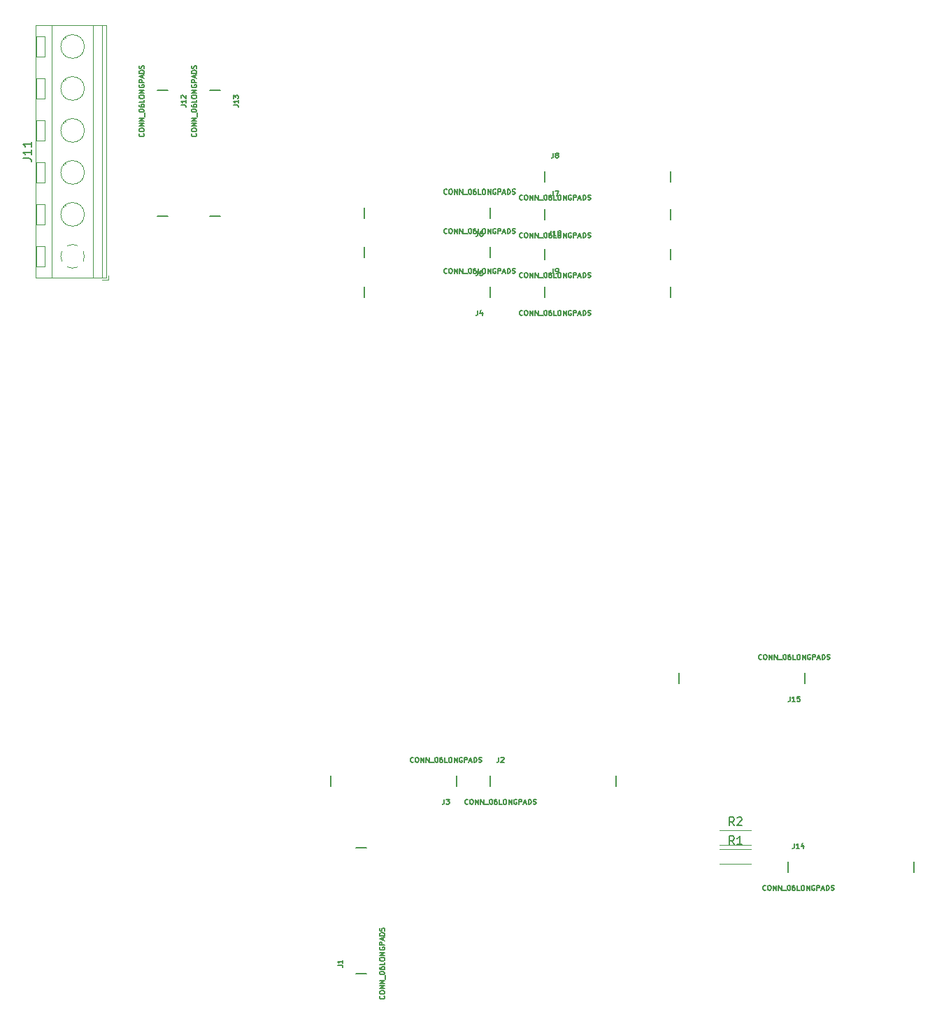
<source format=gbr>
G04 #@! TF.GenerationSoftware,KiCad,Pcbnew,(5.1.6)-1*
G04 #@! TF.CreationDate,2020-11-22T14:51:22+06:00*
G04 #@! TF.ProjectId,Logger,4c6f6767-6572-42e6-9b69-6361645f7063,rev?*
G04 #@! TF.SameCoordinates,Original*
G04 #@! TF.FileFunction,Legend,Top*
G04 #@! TF.FilePolarity,Positive*
%FSLAX46Y46*%
G04 Gerber Fmt 4.6, Leading zero omitted, Abs format (unit mm)*
G04 Created by KiCad (PCBNEW (5.1.6)-1) date 2020-11-22 14:51:22*
%MOMM*%
%LPD*%
G01*
G04 APERTURE LIST*
%ADD10C,0.203200*%
%ADD11C,0.120000*%
%ADD12C,0.127000*%
%ADD13C,0.150000*%
G04 APERTURE END LIST*
D10*
X-29210000Y36449000D02*
X-29210000Y37719000D01*
X-44450000Y36449000D02*
X-44450000Y37719000D01*
X-31242000Y14859000D02*
X-31242000Y13589000D01*
X-16002000Y14859000D02*
X-16002000Y13589000D01*
X-99949000Y108204000D02*
X-101219000Y108204000D01*
X-99949000Y92964000D02*
X-101219000Y92964000D01*
X-106299000Y108204000D02*
X-107569000Y108204000D01*
X-106299000Y92964000D02*
X-107569000Y92964000D01*
D11*
X-116425060Y88162280D02*
G75*
G02*
X-116570000Y87510000I-1430940J-24280D01*
G01*
X-117229254Y86851389D02*
G75*
G02*
X-118484000Y86852000I-626746J1286611D01*
G01*
X-119141824Y87510638D02*
G75*
G02*
X-119142000Y88765000I1285824J627362D01*
G01*
X-118483362Y89423824D02*
G75*
G02*
X-117229000Y89424000I627362J-1285824D01*
G01*
X-116570725Y88764871D02*
G75*
G02*
X-116426000Y88138000I-1285275J-626871D01*
G01*
X-116426000Y93218000D02*
G75*
G03*
X-116426000Y93218000I-1430000J0D01*
G01*
X-116426000Y98298000D02*
G75*
G03*
X-116426000Y98298000I-1430000J0D01*
G01*
X-116426000Y103378000D02*
G75*
G03*
X-116426000Y103378000I-1430000J0D01*
G01*
X-116426000Y108458000D02*
G75*
G03*
X-116426000Y108458000I-1430000J0D01*
G01*
X-116426000Y113538000D02*
G75*
G03*
X-116426000Y113538000I-1430000J0D01*
G01*
X-114306000Y85538000D02*
X-114306000Y116138000D01*
X-115406000Y85538000D02*
X-115406000Y116138000D01*
X-120406000Y85538000D02*
X-120406000Y116138000D01*
X-122316000Y85538000D02*
X-122316000Y116138000D01*
X-113746000Y85538000D02*
X-113746000Y116138000D01*
X-122316000Y85538000D02*
X-113746000Y85538000D01*
X-122316000Y116138000D02*
X-113746000Y116138000D01*
X-122256000Y86888000D02*
X-122256000Y89388000D01*
X-121256000Y86888000D02*
X-121256000Y89388000D01*
X-122256000Y86888000D02*
X-121256000Y86888000D01*
X-122256000Y89388000D02*
X-121256000Y89388000D01*
X-118766000Y94303000D02*
X-118707000Y94243000D01*
X-116811000Y92348000D02*
X-116771000Y92308000D01*
X-118941000Y94129000D02*
X-118901000Y94089000D01*
X-117006000Y92194000D02*
X-116946000Y92134000D01*
X-122256000Y91968000D02*
X-122256000Y94468000D01*
X-121256000Y91968000D02*
X-121256000Y94468000D01*
X-122256000Y91968000D02*
X-121256000Y91968000D01*
X-122256000Y94468000D02*
X-121256000Y94468000D01*
X-118766000Y99383000D02*
X-118707000Y99323000D01*
X-116811000Y97428000D02*
X-116771000Y97388000D01*
X-118941000Y99209000D02*
X-118901000Y99169000D01*
X-117006000Y97274000D02*
X-116946000Y97214000D01*
X-122256000Y97048000D02*
X-122256000Y99548000D01*
X-121256000Y97048000D02*
X-121256000Y99548000D01*
X-122256000Y97048000D02*
X-121256000Y97048000D01*
X-122256000Y99548000D02*
X-121256000Y99548000D01*
X-118766000Y104463000D02*
X-118707000Y104403000D01*
X-116811000Y102508000D02*
X-116771000Y102468000D01*
X-118941000Y104289000D02*
X-118901000Y104249000D01*
X-117006000Y102354000D02*
X-116946000Y102294000D01*
X-122256000Y102128000D02*
X-122256000Y104628000D01*
X-121256000Y102128000D02*
X-121256000Y104628000D01*
X-122256000Y102128000D02*
X-121256000Y102128000D01*
X-122256000Y104628000D02*
X-121256000Y104628000D01*
X-118766000Y109543000D02*
X-118707000Y109483000D01*
X-116811000Y107588000D02*
X-116771000Y107548000D01*
X-118941000Y109369000D02*
X-118901000Y109329000D01*
X-117006000Y107434000D02*
X-116946000Y107374000D01*
X-122256000Y107208000D02*
X-122256000Y109708000D01*
X-121256000Y107208000D02*
X-121256000Y109708000D01*
X-122256000Y107208000D02*
X-121256000Y107208000D01*
X-122256000Y109708000D02*
X-121256000Y109708000D01*
X-118766000Y114623000D02*
X-118707000Y114563000D01*
X-116811000Y112668000D02*
X-116771000Y112628000D01*
X-118941000Y114449000D02*
X-118901000Y114409000D01*
X-117006000Y112514000D02*
X-116946000Y112454000D01*
X-122256000Y112288000D02*
X-122256000Y114788000D01*
X-121256000Y112288000D02*
X-121256000Y114788000D01*
X-122256000Y112288000D02*
X-121256000Y112288000D01*
X-122256000Y114788000D02*
X-121256000Y114788000D01*
X-114246000Y85298000D02*
X-113506000Y85298000D01*
X-113506000Y85298000D02*
X-113506000Y85798000D01*
D10*
X-60706000Y89027000D02*
X-60706000Y87757000D01*
X-45466000Y89027000D02*
X-45466000Y87757000D01*
X-60706000Y84455000D02*
X-60706000Y83185000D01*
X-45466000Y84455000D02*
X-45466000Y83185000D01*
X-60706000Y98425000D02*
X-60706000Y97155000D01*
X-45466000Y98425000D02*
X-45466000Y97155000D01*
X-60706000Y93853000D02*
X-60706000Y92583000D01*
X-45466000Y93853000D02*
X-45466000Y92583000D01*
X-67310000Y92761000D02*
X-67310000Y94031000D01*
X-82550000Y92761000D02*
X-82550000Y94031000D01*
X-67310000Y88011000D02*
X-67310000Y89281000D01*
X-82550000Y88011000D02*
X-82550000Y89281000D01*
X-67310000Y83185000D02*
X-67310000Y84455000D01*
X-82550000Y83185000D02*
X-82550000Y84455000D01*
X-71374000Y24003000D02*
X-71374000Y25273000D01*
X-86614000Y24003000D02*
X-86614000Y25273000D01*
X-67310000Y25273000D02*
X-67310000Y24003000D01*
X-52070000Y25273000D02*
X-52070000Y24003000D01*
X-83531000Y1270000D02*
X-82261000Y1270000D01*
X-83531000Y16510000D02*
X-82261000Y16510000D01*
D11*
X-39512000Y16860000D02*
X-35672000Y16860000D01*
X-39512000Y18700000D02*
X-35672000Y18700000D01*
X-39512000Y14574000D02*
X-35672000Y14574000D01*
X-39512000Y16414000D02*
X-35672000Y16414000D01*
D12*
X-30973485Y34877828D02*
X-30973485Y34442400D01*
X-31002514Y34355314D01*
X-31060571Y34297257D01*
X-31147657Y34268228D01*
X-31205714Y34268228D01*
X-30363885Y34268228D02*
X-30712228Y34268228D01*
X-30538057Y34268228D02*
X-30538057Y34877828D01*
X-30596114Y34790742D01*
X-30654171Y34732685D01*
X-30712228Y34703657D01*
X-29812342Y34877828D02*
X-30102628Y34877828D01*
X-30131657Y34587542D01*
X-30102628Y34616571D01*
X-30044571Y34645600D01*
X-29899428Y34645600D01*
X-29841371Y34616571D01*
X-29812342Y34587542D01*
X-29783314Y34529485D01*
X-29783314Y34384342D01*
X-29812342Y34326285D01*
X-29841371Y34297257D01*
X-29899428Y34268228D01*
X-30044571Y34268228D01*
X-30102628Y34297257D01*
X-30131657Y34326285D01*
X-34413371Y39406285D02*
X-34442400Y39377257D01*
X-34529485Y39348228D01*
X-34587542Y39348228D01*
X-34674628Y39377257D01*
X-34732685Y39435314D01*
X-34761714Y39493371D01*
X-34790742Y39609485D01*
X-34790742Y39696571D01*
X-34761714Y39812685D01*
X-34732685Y39870742D01*
X-34674628Y39928800D01*
X-34587542Y39957828D01*
X-34529485Y39957828D01*
X-34442400Y39928800D01*
X-34413371Y39899771D01*
X-34036000Y39957828D02*
X-33919885Y39957828D01*
X-33861828Y39928800D01*
X-33803771Y39870742D01*
X-33774742Y39754628D01*
X-33774742Y39551428D01*
X-33803771Y39435314D01*
X-33861828Y39377257D01*
X-33919885Y39348228D01*
X-34036000Y39348228D01*
X-34094057Y39377257D01*
X-34152114Y39435314D01*
X-34181142Y39551428D01*
X-34181142Y39754628D01*
X-34152114Y39870742D01*
X-34094057Y39928800D01*
X-34036000Y39957828D01*
X-33513485Y39348228D02*
X-33513485Y39957828D01*
X-33165142Y39348228D01*
X-33165142Y39957828D01*
X-32874857Y39348228D02*
X-32874857Y39957828D01*
X-32526514Y39348228D01*
X-32526514Y39957828D01*
X-32381371Y39290171D02*
X-31916914Y39290171D01*
X-31655657Y39957828D02*
X-31597600Y39957828D01*
X-31539542Y39928800D01*
X-31510514Y39899771D01*
X-31481485Y39841714D01*
X-31452457Y39725600D01*
X-31452457Y39580457D01*
X-31481485Y39464342D01*
X-31510514Y39406285D01*
X-31539542Y39377257D01*
X-31597600Y39348228D01*
X-31655657Y39348228D01*
X-31713714Y39377257D01*
X-31742742Y39406285D01*
X-31771771Y39464342D01*
X-31800800Y39580457D01*
X-31800800Y39725600D01*
X-31771771Y39841714D01*
X-31742742Y39899771D01*
X-31713714Y39928800D01*
X-31655657Y39957828D01*
X-30929942Y39957828D02*
X-31046057Y39957828D01*
X-31104114Y39928800D01*
X-31133142Y39899771D01*
X-31191200Y39812685D01*
X-31220228Y39696571D01*
X-31220228Y39464342D01*
X-31191200Y39406285D01*
X-31162171Y39377257D01*
X-31104114Y39348228D01*
X-30988000Y39348228D01*
X-30929942Y39377257D01*
X-30900914Y39406285D01*
X-30871885Y39464342D01*
X-30871885Y39609485D01*
X-30900914Y39667542D01*
X-30929942Y39696571D01*
X-30988000Y39725600D01*
X-31104114Y39725600D01*
X-31162171Y39696571D01*
X-31191200Y39667542D01*
X-31220228Y39609485D01*
X-30320342Y39348228D02*
X-30610628Y39348228D01*
X-30610628Y39957828D01*
X-30001028Y39957828D02*
X-29884914Y39957828D01*
X-29826857Y39928800D01*
X-29768800Y39870742D01*
X-29739771Y39754628D01*
X-29739771Y39551428D01*
X-29768800Y39435314D01*
X-29826857Y39377257D01*
X-29884914Y39348228D01*
X-30001028Y39348228D01*
X-30059085Y39377257D01*
X-30117142Y39435314D01*
X-30146171Y39551428D01*
X-30146171Y39754628D01*
X-30117142Y39870742D01*
X-30059085Y39928800D01*
X-30001028Y39957828D01*
X-29478514Y39348228D02*
X-29478514Y39957828D01*
X-29130171Y39348228D01*
X-29130171Y39957828D01*
X-28520571Y39928800D02*
X-28578628Y39957828D01*
X-28665714Y39957828D01*
X-28752800Y39928800D01*
X-28810857Y39870742D01*
X-28839885Y39812685D01*
X-28868914Y39696571D01*
X-28868914Y39609485D01*
X-28839885Y39493371D01*
X-28810857Y39435314D01*
X-28752800Y39377257D01*
X-28665714Y39348228D01*
X-28607657Y39348228D01*
X-28520571Y39377257D01*
X-28491542Y39406285D01*
X-28491542Y39609485D01*
X-28607657Y39609485D01*
X-28230285Y39348228D02*
X-28230285Y39957828D01*
X-27998057Y39957828D01*
X-27940000Y39928800D01*
X-27910971Y39899771D01*
X-27881942Y39841714D01*
X-27881942Y39754628D01*
X-27910971Y39696571D01*
X-27940000Y39667542D01*
X-27998057Y39638514D01*
X-28230285Y39638514D01*
X-27649714Y39522400D02*
X-27359428Y39522400D01*
X-27707771Y39348228D02*
X-27504571Y39957828D01*
X-27301371Y39348228D01*
X-27098171Y39348228D02*
X-27098171Y39957828D01*
X-26953028Y39957828D01*
X-26865942Y39928800D01*
X-26807885Y39870742D01*
X-26778857Y39812685D01*
X-26749828Y39696571D01*
X-26749828Y39609485D01*
X-26778857Y39493371D01*
X-26807885Y39435314D01*
X-26865942Y39377257D01*
X-26953028Y39348228D01*
X-27098171Y39348228D01*
X-26517600Y39377257D02*
X-26430514Y39348228D01*
X-26285371Y39348228D01*
X-26227314Y39377257D01*
X-26198285Y39406285D01*
X-26169257Y39464342D01*
X-26169257Y39522400D01*
X-26198285Y39580457D01*
X-26227314Y39609485D01*
X-26285371Y39638514D01*
X-26401485Y39667542D01*
X-26459542Y39696571D01*
X-26488571Y39725600D01*
X-26517600Y39783657D01*
X-26517600Y39841714D01*
X-26488571Y39899771D01*
X-26459542Y39928800D01*
X-26401485Y39957828D01*
X-26256342Y39957828D01*
X-26169257Y39928800D01*
X-30465485Y17097828D02*
X-30465485Y16662400D01*
X-30494514Y16575314D01*
X-30552571Y16517257D01*
X-30639657Y16488228D01*
X-30697714Y16488228D01*
X-29855885Y16488228D02*
X-30204228Y16488228D01*
X-30030057Y16488228D02*
X-30030057Y17097828D01*
X-30088114Y17010742D01*
X-30146171Y16952685D01*
X-30204228Y16923657D01*
X-29333371Y16894628D02*
X-29333371Y16488228D01*
X-29478514Y17126857D02*
X-29623657Y16691428D01*
X-29246285Y16691428D01*
X-33905371Y11466285D02*
X-33934400Y11437257D01*
X-34021485Y11408228D01*
X-34079542Y11408228D01*
X-34166628Y11437257D01*
X-34224685Y11495314D01*
X-34253714Y11553371D01*
X-34282742Y11669485D01*
X-34282742Y11756571D01*
X-34253714Y11872685D01*
X-34224685Y11930742D01*
X-34166628Y11988800D01*
X-34079542Y12017828D01*
X-34021485Y12017828D01*
X-33934400Y11988800D01*
X-33905371Y11959771D01*
X-33528000Y12017828D02*
X-33411885Y12017828D01*
X-33353828Y11988800D01*
X-33295771Y11930742D01*
X-33266742Y11814628D01*
X-33266742Y11611428D01*
X-33295771Y11495314D01*
X-33353828Y11437257D01*
X-33411885Y11408228D01*
X-33528000Y11408228D01*
X-33586057Y11437257D01*
X-33644114Y11495314D01*
X-33673142Y11611428D01*
X-33673142Y11814628D01*
X-33644114Y11930742D01*
X-33586057Y11988800D01*
X-33528000Y12017828D01*
X-33005485Y11408228D02*
X-33005485Y12017828D01*
X-32657142Y11408228D01*
X-32657142Y12017828D01*
X-32366857Y11408228D02*
X-32366857Y12017828D01*
X-32018514Y11408228D01*
X-32018514Y12017828D01*
X-31873371Y11350171D02*
X-31408914Y11350171D01*
X-31147657Y12017828D02*
X-31089600Y12017828D01*
X-31031542Y11988800D01*
X-31002514Y11959771D01*
X-30973485Y11901714D01*
X-30944457Y11785600D01*
X-30944457Y11640457D01*
X-30973485Y11524342D01*
X-31002514Y11466285D01*
X-31031542Y11437257D01*
X-31089600Y11408228D01*
X-31147657Y11408228D01*
X-31205714Y11437257D01*
X-31234742Y11466285D01*
X-31263771Y11524342D01*
X-31292800Y11640457D01*
X-31292800Y11785600D01*
X-31263771Y11901714D01*
X-31234742Y11959771D01*
X-31205714Y11988800D01*
X-31147657Y12017828D01*
X-30421942Y12017828D02*
X-30538057Y12017828D01*
X-30596114Y11988800D01*
X-30625142Y11959771D01*
X-30683200Y11872685D01*
X-30712228Y11756571D01*
X-30712228Y11524342D01*
X-30683200Y11466285D01*
X-30654171Y11437257D01*
X-30596114Y11408228D01*
X-30480000Y11408228D01*
X-30421942Y11437257D01*
X-30392914Y11466285D01*
X-30363885Y11524342D01*
X-30363885Y11669485D01*
X-30392914Y11727542D01*
X-30421942Y11756571D01*
X-30480000Y11785600D01*
X-30596114Y11785600D01*
X-30654171Y11756571D01*
X-30683200Y11727542D01*
X-30712228Y11669485D01*
X-29812342Y11408228D02*
X-30102628Y11408228D01*
X-30102628Y12017828D01*
X-29493028Y12017828D02*
X-29376914Y12017828D01*
X-29318857Y11988800D01*
X-29260800Y11930742D01*
X-29231771Y11814628D01*
X-29231771Y11611428D01*
X-29260800Y11495314D01*
X-29318857Y11437257D01*
X-29376914Y11408228D01*
X-29493028Y11408228D01*
X-29551085Y11437257D01*
X-29609142Y11495314D01*
X-29638171Y11611428D01*
X-29638171Y11814628D01*
X-29609142Y11930742D01*
X-29551085Y11988800D01*
X-29493028Y12017828D01*
X-28970514Y11408228D02*
X-28970514Y12017828D01*
X-28622171Y11408228D01*
X-28622171Y12017828D01*
X-28012571Y11988800D02*
X-28070628Y12017828D01*
X-28157714Y12017828D01*
X-28244800Y11988800D01*
X-28302857Y11930742D01*
X-28331885Y11872685D01*
X-28360914Y11756571D01*
X-28360914Y11669485D01*
X-28331885Y11553371D01*
X-28302857Y11495314D01*
X-28244800Y11437257D01*
X-28157714Y11408228D01*
X-28099657Y11408228D01*
X-28012571Y11437257D01*
X-27983542Y11466285D01*
X-27983542Y11669485D01*
X-28099657Y11669485D01*
X-27722285Y11408228D02*
X-27722285Y12017828D01*
X-27490057Y12017828D01*
X-27432000Y11988800D01*
X-27402971Y11959771D01*
X-27373942Y11901714D01*
X-27373942Y11814628D01*
X-27402971Y11756571D01*
X-27432000Y11727542D01*
X-27490057Y11698514D01*
X-27722285Y11698514D01*
X-27141714Y11582400D02*
X-26851428Y11582400D01*
X-27199771Y11408228D02*
X-26996571Y12017828D01*
X-26793371Y11408228D01*
X-26590171Y11408228D02*
X-26590171Y12017828D01*
X-26445028Y12017828D01*
X-26357942Y11988800D01*
X-26299885Y11930742D01*
X-26270857Y11872685D01*
X-26241828Y11756571D01*
X-26241828Y11669485D01*
X-26270857Y11553371D01*
X-26299885Y11495314D01*
X-26357942Y11437257D01*
X-26445028Y11408228D01*
X-26590171Y11408228D01*
X-26009600Y11437257D02*
X-25922514Y11408228D01*
X-25777371Y11408228D01*
X-25719314Y11437257D01*
X-25690285Y11466285D01*
X-25661257Y11524342D01*
X-25661257Y11582400D01*
X-25690285Y11640457D01*
X-25719314Y11669485D01*
X-25777371Y11698514D01*
X-25893485Y11727542D01*
X-25951542Y11756571D01*
X-25980571Y11785600D01*
X-26009600Y11843657D01*
X-26009600Y11901714D01*
X-25980571Y11959771D01*
X-25951542Y11988800D01*
X-25893485Y12017828D01*
X-25748342Y12017828D01*
X-25661257Y11988800D01*
X-98377828Y106440514D02*
X-97942400Y106440514D01*
X-97855314Y106411485D01*
X-97797257Y106353428D01*
X-97768228Y106266342D01*
X-97768228Y106208285D01*
X-97768228Y107050114D02*
X-97768228Y106701771D01*
X-97768228Y106875942D02*
X-98377828Y106875942D01*
X-98290742Y106817885D01*
X-98232685Y106759828D01*
X-98203657Y106701771D01*
X-98377828Y107253314D02*
X-98377828Y107630685D01*
X-98145600Y107427485D01*
X-98145600Y107514571D01*
X-98116571Y107572628D01*
X-98087542Y107601657D01*
X-98029485Y107630685D01*
X-97884342Y107630685D01*
X-97826285Y107601657D01*
X-97797257Y107572628D01*
X-97768228Y107514571D01*
X-97768228Y107340400D01*
X-97797257Y107282342D01*
X-97826285Y107253314D01*
X-102906285Y103000628D02*
X-102877257Y102971600D01*
X-102848228Y102884514D01*
X-102848228Y102826457D01*
X-102877257Y102739371D01*
X-102935314Y102681314D01*
X-102993371Y102652285D01*
X-103109485Y102623257D01*
X-103196571Y102623257D01*
X-103312685Y102652285D01*
X-103370742Y102681314D01*
X-103428800Y102739371D01*
X-103457828Y102826457D01*
X-103457828Y102884514D01*
X-103428800Y102971600D01*
X-103399771Y103000628D01*
X-103457828Y103378000D02*
X-103457828Y103494114D01*
X-103428800Y103552171D01*
X-103370742Y103610228D01*
X-103254628Y103639257D01*
X-103051428Y103639257D01*
X-102935314Y103610228D01*
X-102877257Y103552171D01*
X-102848228Y103494114D01*
X-102848228Y103378000D01*
X-102877257Y103319942D01*
X-102935314Y103261885D01*
X-103051428Y103232857D01*
X-103254628Y103232857D01*
X-103370742Y103261885D01*
X-103428800Y103319942D01*
X-103457828Y103378000D01*
X-102848228Y103900514D02*
X-103457828Y103900514D01*
X-102848228Y104248857D01*
X-103457828Y104248857D01*
X-102848228Y104539142D02*
X-103457828Y104539142D01*
X-102848228Y104887485D01*
X-103457828Y104887485D01*
X-102790171Y105032628D02*
X-102790171Y105497085D01*
X-103457828Y105758342D02*
X-103457828Y105816400D01*
X-103428800Y105874457D01*
X-103399771Y105903485D01*
X-103341714Y105932514D01*
X-103225600Y105961542D01*
X-103080457Y105961542D01*
X-102964342Y105932514D01*
X-102906285Y105903485D01*
X-102877257Y105874457D01*
X-102848228Y105816400D01*
X-102848228Y105758342D01*
X-102877257Y105700285D01*
X-102906285Y105671257D01*
X-102964342Y105642228D01*
X-103080457Y105613200D01*
X-103225600Y105613200D01*
X-103341714Y105642228D01*
X-103399771Y105671257D01*
X-103428800Y105700285D01*
X-103457828Y105758342D01*
X-103457828Y106484057D02*
X-103457828Y106367942D01*
X-103428800Y106309885D01*
X-103399771Y106280857D01*
X-103312685Y106222800D01*
X-103196571Y106193771D01*
X-102964342Y106193771D01*
X-102906285Y106222800D01*
X-102877257Y106251828D01*
X-102848228Y106309885D01*
X-102848228Y106426000D01*
X-102877257Y106484057D01*
X-102906285Y106513085D01*
X-102964342Y106542114D01*
X-103109485Y106542114D01*
X-103167542Y106513085D01*
X-103196571Y106484057D01*
X-103225600Y106426000D01*
X-103225600Y106309885D01*
X-103196571Y106251828D01*
X-103167542Y106222800D01*
X-103109485Y106193771D01*
X-102848228Y107093657D02*
X-102848228Y106803371D01*
X-103457828Y106803371D01*
X-103457828Y107412971D02*
X-103457828Y107529085D01*
X-103428800Y107587142D01*
X-103370742Y107645200D01*
X-103254628Y107674228D01*
X-103051428Y107674228D01*
X-102935314Y107645200D01*
X-102877257Y107587142D01*
X-102848228Y107529085D01*
X-102848228Y107412971D01*
X-102877257Y107354914D01*
X-102935314Y107296857D01*
X-103051428Y107267828D01*
X-103254628Y107267828D01*
X-103370742Y107296857D01*
X-103428800Y107354914D01*
X-103457828Y107412971D01*
X-102848228Y107935485D02*
X-103457828Y107935485D01*
X-102848228Y108283828D01*
X-103457828Y108283828D01*
X-103428800Y108893428D02*
X-103457828Y108835371D01*
X-103457828Y108748285D01*
X-103428800Y108661200D01*
X-103370742Y108603142D01*
X-103312685Y108574114D01*
X-103196571Y108545085D01*
X-103109485Y108545085D01*
X-102993371Y108574114D01*
X-102935314Y108603142D01*
X-102877257Y108661200D01*
X-102848228Y108748285D01*
X-102848228Y108806342D01*
X-102877257Y108893428D01*
X-102906285Y108922457D01*
X-103109485Y108922457D01*
X-103109485Y108806342D01*
X-102848228Y109183714D02*
X-103457828Y109183714D01*
X-103457828Y109415942D01*
X-103428800Y109474000D01*
X-103399771Y109503028D01*
X-103341714Y109532057D01*
X-103254628Y109532057D01*
X-103196571Y109503028D01*
X-103167542Y109474000D01*
X-103138514Y109415942D01*
X-103138514Y109183714D01*
X-103022400Y109764285D02*
X-103022400Y110054571D01*
X-102848228Y109706228D02*
X-103457828Y109909428D01*
X-102848228Y110112628D01*
X-102848228Y110315828D02*
X-103457828Y110315828D01*
X-103457828Y110460971D01*
X-103428800Y110548057D01*
X-103370742Y110606114D01*
X-103312685Y110635142D01*
X-103196571Y110664171D01*
X-103109485Y110664171D01*
X-102993371Y110635142D01*
X-102935314Y110606114D01*
X-102877257Y110548057D01*
X-102848228Y110460971D01*
X-102848228Y110315828D01*
X-102877257Y110896400D02*
X-102848228Y110983485D01*
X-102848228Y111128628D01*
X-102877257Y111186685D01*
X-102906285Y111215714D01*
X-102964342Y111244742D01*
X-103022400Y111244742D01*
X-103080457Y111215714D01*
X-103109485Y111186685D01*
X-103138514Y111128628D01*
X-103167542Y111012514D01*
X-103196571Y110954457D01*
X-103225600Y110925428D01*
X-103283657Y110896400D01*
X-103341714Y110896400D01*
X-103399771Y110925428D01*
X-103428800Y110954457D01*
X-103457828Y111012514D01*
X-103457828Y111157657D01*
X-103428800Y111244742D01*
X-104727828Y106440514D02*
X-104292400Y106440514D01*
X-104205314Y106411485D01*
X-104147257Y106353428D01*
X-104118228Y106266342D01*
X-104118228Y106208285D01*
X-104118228Y107050114D02*
X-104118228Y106701771D01*
X-104118228Y106875942D02*
X-104727828Y106875942D01*
X-104640742Y106817885D01*
X-104582685Y106759828D01*
X-104553657Y106701771D01*
X-104669771Y107282342D02*
X-104698800Y107311371D01*
X-104727828Y107369428D01*
X-104727828Y107514571D01*
X-104698800Y107572628D01*
X-104669771Y107601657D01*
X-104611714Y107630685D01*
X-104553657Y107630685D01*
X-104466571Y107601657D01*
X-104118228Y107253314D01*
X-104118228Y107630685D01*
X-109256285Y103000628D02*
X-109227257Y102971600D01*
X-109198228Y102884514D01*
X-109198228Y102826457D01*
X-109227257Y102739371D01*
X-109285314Y102681314D01*
X-109343371Y102652285D01*
X-109459485Y102623257D01*
X-109546571Y102623257D01*
X-109662685Y102652285D01*
X-109720742Y102681314D01*
X-109778800Y102739371D01*
X-109807828Y102826457D01*
X-109807828Y102884514D01*
X-109778800Y102971600D01*
X-109749771Y103000628D01*
X-109807828Y103378000D02*
X-109807828Y103494114D01*
X-109778800Y103552171D01*
X-109720742Y103610228D01*
X-109604628Y103639257D01*
X-109401428Y103639257D01*
X-109285314Y103610228D01*
X-109227257Y103552171D01*
X-109198228Y103494114D01*
X-109198228Y103378000D01*
X-109227257Y103319942D01*
X-109285314Y103261885D01*
X-109401428Y103232857D01*
X-109604628Y103232857D01*
X-109720742Y103261885D01*
X-109778800Y103319942D01*
X-109807828Y103378000D01*
X-109198228Y103900514D02*
X-109807828Y103900514D01*
X-109198228Y104248857D01*
X-109807828Y104248857D01*
X-109198228Y104539142D02*
X-109807828Y104539142D01*
X-109198228Y104887485D01*
X-109807828Y104887485D01*
X-109140171Y105032628D02*
X-109140171Y105497085D01*
X-109807828Y105758342D02*
X-109807828Y105816400D01*
X-109778800Y105874457D01*
X-109749771Y105903485D01*
X-109691714Y105932514D01*
X-109575600Y105961542D01*
X-109430457Y105961542D01*
X-109314342Y105932514D01*
X-109256285Y105903485D01*
X-109227257Y105874457D01*
X-109198228Y105816400D01*
X-109198228Y105758342D01*
X-109227257Y105700285D01*
X-109256285Y105671257D01*
X-109314342Y105642228D01*
X-109430457Y105613200D01*
X-109575600Y105613200D01*
X-109691714Y105642228D01*
X-109749771Y105671257D01*
X-109778800Y105700285D01*
X-109807828Y105758342D01*
X-109807828Y106484057D02*
X-109807828Y106367942D01*
X-109778800Y106309885D01*
X-109749771Y106280857D01*
X-109662685Y106222800D01*
X-109546571Y106193771D01*
X-109314342Y106193771D01*
X-109256285Y106222800D01*
X-109227257Y106251828D01*
X-109198228Y106309885D01*
X-109198228Y106426000D01*
X-109227257Y106484057D01*
X-109256285Y106513085D01*
X-109314342Y106542114D01*
X-109459485Y106542114D01*
X-109517542Y106513085D01*
X-109546571Y106484057D01*
X-109575600Y106426000D01*
X-109575600Y106309885D01*
X-109546571Y106251828D01*
X-109517542Y106222800D01*
X-109459485Y106193771D01*
X-109198228Y107093657D02*
X-109198228Y106803371D01*
X-109807828Y106803371D01*
X-109807828Y107412971D02*
X-109807828Y107529085D01*
X-109778800Y107587142D01*
X-109720742Y107645200D01*
X-109604628Y107674228D01*
X-109401428Y107674228D01*
X-109285314Y107645200D01*
X-109227257Y107587142D01*
X-109198228Y107529085D01*
X-109198228Y107412971D01*
X-109227257Y107354914D01*
X-109285314Y107296857D01*
X-109401428Y107267828D01*
X-109604628Y107267828D01*
X-109720742Y107296857D01*
X-109778800Y107354914D01*
X-109807828Y107412971D01*
X-109198228Y107935485D02*
X-109807828Y107935485D01*
X-109198228Y108283828D01*
X-109807828Y108283828D01*
X-109778800Y108893428D02*
X-109807828Y108835371D01*
X-109807828Y108748285D01*
X-109778800Y108661200D01*
X-109720742Y108603142D01*
X-109662685Y108574114D01*
X-109546571Y108545085D01*
X-109459485Y108545085D01*
X-109343371Y108574114D01*
X-109285314Y108603142D01*
X-109227257Y108661200D01*
X-109198228Y108748285D01*
X-109198228Y108806342D01*
X-109227257Y108893428D01*
X-109256285Y108922457D01*
X-109459485Y108922457D01*
X-109459485Y108806342D01*
X-109198228Y109183714D02*
X-109807828Y109183714D01*
X-109807828Y109415942D01*
X-109778800Y109474000D01*
X-109749771Y109503028D01*
X-109691714Y109532057D01*
X-109604628Y109532057D01*
X-109546571Y109503028D01*
X-109517542Y109474000D01*
X-109488514Y109415942D01*
X-109488514Y109183714D01*
X-109372400Y109764285D02*
X-109372400Y110054571D01*
X-109198228Y109706228D02*
X-109807828Y109909428D01*
X-109198228Y110112628D01*
X-109198228Y110315828D02*
X-109807828Y110315828D01*
X-109807828Y110460971D01*
X-109778800Y110548057D01*
X-109720742Y110606114D01*
X-109662685Y110635142D01*
X-109546571Y110664171D01*
X-109459485Y110664171D01*
X-109343371Y110635142D01*
X-109285314Y110606114D01*
X-109227257Y110548057D01*
X-109198228Y110460971D01*
X-109198228Y110315828D01*
X-109227257Y110896400D02*
X-109198228Y110983485D01*
X-109198228Y111128628D01*
X-109227257Y111186685D01*
X-109256285Y111215714D01*
X-109314342Y111244742D01*
X-109372400Y111244742D01*
X-109430457Y111215714D01*
X-109459485Y111186685D01*
X-109488514Y111128628D01*
X-109517542Y111012514D01*
X-109546571Y110954457D01*
X-109575600Y110925428D01*
X-109633657Y110896400D01*
X-109691714Y110896400D01*
X-109749771Y110925428D01*
X-109778800Y110954457D01*
X-109807828Y111012514D01*
X-109807828Y111157657D01*
X-109778800Y111244742D01*
D13*
X-123863619Y100028476D02*
X-123149333Y100028476D01*
X-123006476Y99980857D01*
X-122911238Y99885619D01*
X-122863619Y99742761D01*
X-122863619Y99647523D01*
X-122863619Y101028476D02*
X-122863619Y100457047D01*
X-122863619Y100742761D02*
X-123863619Y100742761D01*
X-123720761Y100647523D01*
X-123625523Y100552285D01*
X-123577904Y100457047D01*
X-122863619Y101980857D02*
X-122863619Y101409428D01*
X-122863619Y101695142D02*
X-123863619Y101695142D01*
X-123720761Y101599904D01*
X-123625523Y101504666D01*
X-123577904Y101409428D01*
D12*
X-59929485Y91265828D02*
X-59929485Y90830400D01*
X-59958514Y90743314D01*
X-60016571Y90685257D01*
X-60103657Y90656228D01*
X-60161714Y90656228D01*
X-59319885Y90656228D02*
X-59668228Y90656228D01*
X-59494057Y90656228D02*
X-59494057Y91265828D01*
X-59552114Y91178742D01*
X-59610171Y91120685D01*
X-59668228Y91091657D01*
X-58942514Y91265828D02*
X-58884457Y91265828D01*
X-58826400Y91236800D01*
X-58797371Y91207771D01*
X-58768342Y91149714D01*
X-58739314Y91033600D01*
X-58739314Y90888457D01*
X-58768342Y90772342D01*
X-58797371Y90714285D01*
X-58826400Y90685257D01*
X-58884457Y90656228D01*
X-58942514Y90656228D01*
X-59000571Y90685257D01*
X-59029600Y90714285D01*
X-59058628Y90772342D01*
X-59087657Y90888457D01*
X-59087657Y91033600D01*
X-59058628Y91149714D01*
X-59029600Y91207771D01*
X-59000571Y91236800D01*
X-58942514Y91265828D01*
X-63369371Y85634285D02*
X-63398400Y85605257D01*
X-63485485Y85576228D01*
X-63543542Y85576228D01*
X-63630628Y85605257D01*
X-63688685Y85663314D01*
X-63717714Y85721371D01*
X-63746742Y85837485D01*
X-63746742Y85924571D01*
X-63717714Y86040685D01*
X-63688685Y86098742D01*
X-63630628Y86156800D01*
X-63543542Y86185828D01*
X-63485485Y86185828D01*
X-63398400Y86156800D01*
X-63369371Y86127771D01*
X-62992000Y86185828D02*
X-62875885Y86185828D01*
X-62817828Y86156800D01*
X-62759771Y86098742D01*
X-62730742Y85982628D01*
X-62730742Y85779428D01*
X-62759771Y85663314D01*
X-62817828Y85605257D01*
X-62875885Y85576228D01*
X-62992000Y85576228D01*
X-63050057Y85605257D01*
X-63108114Y85663314D01*
X-63137142Y85779428D01*
X-63137142Y85982628D01*
X-63108114Y86098742D01*
X-63050057Y86156800D01*
X-62992000Y86185828D01*
X-62469485Y85576228D02*
X-62469485Y86185828D01*
X-62121142Y85576228D01*
X-62121142Y86185828D01*
X-61830857Y85576228D02*
X-61830857Y86185828D01*
X-61482514Y85576228D01*
X-61482514Y86185828D01*
X-61337371Y85518171D02*
X-60872914Y85518171D01*
X-60611657Y86185828D02*
X-60553600Y86185828D01*
X-60495542Y86156800D01*
X-60466514Y86127771D01*
X-60437485Y86069714D01*
X-60408457Y85953600D01*
X-60408457Y85808457D01*
X-60437485Y85692342D01*
X-60466514Y85634285D01*
X-60495542Y85605257D01*
X-60553600Y85576228D01*
X-60611657Y85576228D01*
X-60669714Y85605257D01*
X-60698742Y85634285D01*
X-60727771Y85692342D01*
X-60756800Y85808457D01*
X-60756800Y85953600D01*
X-60727771Y86069714D01*
X-60698742Y86127771D01*
X-60669714Y86156800D01*
X-60611657Y86185828D01*
X-59885942Y86185828D02*
X-60002057Y86185828D01*
X-60060114Y86156800D01*
X-60089142Y86127771D01*
X-60147200Y86040685D01*
X-60176228Y85924571D01*
X-60176228Y85692342D01*
X-60147200Y85634285D01*
X-60118171Y85605257D01*
X-60060114Y85576228D01*
X-59944000Y85576228D01*
X-59885942Y85605257D01*
X-59856914Y85634285D01*
X-59827885Y85692342D01*
X-59827885Y85837485D01*
X-59856914Y85895542D01*
X-59885942Y85924571D01*
X-59944000Y85953600D01*
X-60060114Y85953600D01*
X-60118171Y85924571D01*
X-60147200Y85895542D01*
X-60176228Y85837485D01*
X-59276342Y85576228D02*
X-59566628Y85576228D01*
X-59566628Y86185828D01*
X-58957028Y86185828D02*
X-58840914Y86185828D01*
X-58782857Y86156800D01*
X-58724800Y86098742D01*
X-58695771Y85982628D01*
X-58695771Y85779428D01*
X-58724800Y85663314D01*
X-58782857Y85605257D01*
X-58840914Y85576228D01*
X-58957028Y85576228D01*
X-59015085Y85605257D01*
X-59073142Y85663314D01*
X-59102171Y85779428D01*
X-59102171Y85982628D01*
X-59073142Y86098742D01*
X-59015085Y86156800D01*
X-58957028Y86185828D01*
X-58434514Y85576228D02*
X-58434514Y86185828D01*
X-58086171Y85576228D01*
X-58086171Y86185828D01*
X-57476571Y86156800D02*
X-57534628Y86185828D01*
X-57621714Y86185828D01*
X-57708800Y86156800D01*
X-57766857Y86098742D01*
X-57795885Y86040685D01*
X-57824914Y85924571D01*
X-57824914Y85837485D01*
X-57795885Y85721371D01*
X-57766857Y85663314D01*
X-57708800Y85605257D01*
X-57621714Y85576228D01*
X-57563657Y85576228D01*
X-57476571Y85605257D01*
X-57447542Y85634285D01*
X-57447542Y85837485D01*
X-57563657Y85837485D01*
X-57186285Y85576228D02*
X-57186285Y86185828D01*
X-56954057Y86185828D01*
X-56896000Y86156800D01*
X-56866971Y86127771D01*
X-56837942Y86069714D01*
X-56837942Y85982628D01*
X-56866971Y85924571D01*
X-56896000Y85895542D01*
X-56954057Y85866514D01*
X-57186285Y85866514D01*
X-56605714Y85750400D02*
X-56315428Y85750400D01*
X-56663771Y85576228D02*
X-56460571Y86185828D01*
X-56257371Y85576228D01*
X-56054171Y85576228D02*
X-56054171Y86185828D01*
X-55909028Y86185828D01*
X-55821942Y86156800D01*
X-55763885Y86098742D01*
X-55734857Y86040685D01*
X-55705828Y85924571D01*
X-55705828Y85837485D01*
X-55734857Y85721371D01*
X-55763885Y85663314D01*
X-55821942Y85605257D01*
X-55909028Y85576228D01*
X-56054171Y85576228D01*
X-55473600Y85605257D02*
X-55386514Y85576228D01*
X-55241371Y85576228D01*
X-55183314Y85605257D01*
X-55154285Y85634285D01*
X-55125257Y85692342D01*
X-55125257Y85750400D01*
X-55154285Y85808457D01*
X-55183314Y85837485D01*
X-55241371Y85866514D01*
X-55357485Y85895542D01*
X-55415542Y85924571D01*
X-55444571Y85953600D01*
X-55473600Y86011657D01*
X-55473600Y86069714D01*
X-55444571Y86127771D01*
X-55415542Y86156800D01*
X-55357485Y86185828D01*
X-55212342Y86185828D01*
X-55125257Y86156800D01*
X-59639200Y86693828D02*
X-59639200Y86258400D01*
X-59668228Y86171314D01*
X-59726285Y86113257D01*
X-59813371Y86084228D01*
X-59871428Y86084228D01*
X-59319885Y86084228D02*
X-59203771Y86084228D01*
X-59145714Y86113257D01*
X-59116685Y86142285D01*
X-59058628Y86229371D01*
X-59029600Y86345485D01*
X-59029600Y86577714D01*
X-59058628Y86635771D01*
X-59087657Y86664800D01*
X-59145714Y86693828D01*
X-59261828Y86693828D01*
X-59319885Y86664800D01*
X-59348914Y86635771D01*
X-59377942Y86577714D01*
X-59377942Y86432571D01*
X-59348914Y86374514D01*
X-59319885Y86345485D01*
X-59261828Y86316457D01*
X-59145714Y86316457D01*
X-59087657Y86345485D01*
X-59058628Y86374514D01*
X-59029600Y86432571D01*
X-63369371Y81062285D02*
X-63398400Y81033257D01*
X-63485485Y81004228D01*
X-63543542Y81004228D01*
X-63630628Y81033257D01*
X-63688685Y81091314D01*
X-63717714Y81149371D01*
X-63746742Y81265485D01*
X-63746742Y81352571D01*
X-63717714Y81468685D01*
X-63688685Y81526742D01*
X-63630628Y81584800D01*
X-63543542Y81613828D01*
X-63485485Y81613828D01*
X-63398400Y81584800D01*
X-63369371Y81555771D01*
X-62992000Y81613828D02*
X-62875885Y81613828D01*
X-62817828Y81584800D01*
X-62759771Y81526742D01*
X-62730742Y81410628D01*
X-62730742Y81207428D01*
X-62759771Y81091314D01*
X-62817828Y81033257D01*
X-62875885Y81004228D01*
X-62992000Y81004228D01*
X-63050057Y81033257D01*
X-63108114Y81091314D01*
X-63137142Y81207428D01*
X-63137142Y81410628D01*
X-63108114Y81526742D01*
X-63050057Y81584800D01*
X-62992000Y81613828D01*
X-62469485Y81004228D02*
X-62469485Y81613828D01*
X-62121142Y81004228D01*
X-62121142Y81613828D01*
X-61830857Y81004228D02*
X-61830857Y81613828D01*
X-61482514Y81004228D01*
X-61482514Y81613828D01*
X-61337371Y80946171D02*
X-60872914Y80946171D01*
X-60611657Y81613828D02*
X-60553600Y81613828D01*
X-60495542Y81584800D01*
X-60466514Y81555771D01*
X-60437485Y81497714D01*
X-60408457Y81381600D01*
X-60408457Y81236457D01*
X-60437485Y81120342D01*
X-60466514Y81062285D01*
X-60495542Y81033257D01*
X-60553600Y81004228D01*
X-60611657Y81004228D01*
X-60669714Y81033257D01*
X-60698742Y81062285D01*
X-60727771Y81120342D01*
X-60756800Y81236457D01*
X-60756800Y81381600D01*
X-60727771Y81497714D01*
X-60698742Y81555771D01*
X-60669714Y81584800D01*
X-60611657Y81613828D01*
X-59885942Y81613828D02*
X-60002057Y81613828D01*
X-60060114Y81584800D01*
X-60089142Y81555771D01*
X-60147200Y81468685D01*
X-60176228Y81352571D01*
X-60176228Y81120342D01*
X-60147200Y81062285D01*
X-60118171Y81033257D01*
X-60060114Y81004228D01*
X-59944000Y81004228D01*
X-59885942Y81033257D01*
X-59856914Y81062285D01*
X-59827885Y81120342D01*
X-59827885Y81265485D01*
X-59856914Y81323542D01*
X-59885942Y81352571D01*
X-59944000Y81381600D01*
X-60060114Y81381600D01*
X-60118171Y81352571D01*
X-60147200Y81323542D01*
X-60176228Y81265485D01*
X-59276342Y81004228D02*
X-59566628Y81004228D01*
X-59566628Y81613828D01*
X-58957028Y81613828D02*
X-58840914Y81613828D01*
X-58782857Y81584800D01*
X-58724800Y81526742D01*
X-58695771Y81410628D01*
X-58695771Y81207428D01*
X-58724800Y81091314D01*
X-58782857Y81033257D01*
X-58840914Y81004228D01*
X-58957028Y81004228D01*
X-59015085Y81033257D01*
X-59073142Y81091314D01*
X-59102171Y81207428D01*
X-59102171Y81410628D01*
X-59073142Y81526742D01*
X-59015085Y81584800D01*
X-58957028Y81613828D01*
X-58434514Y81004228D02*
X-58434514Y81613828D01*
X-58086171Y81004228D01*
X-58086171Y81613828D01*
X-57476571Y81584800D02*
X-57534628Y81613828D01*
X-57621714Y81613828D01*
X-57708800Y81584800D01*
X-57766857Y81526742D01*
X-57795885Y81468685D01*
X-57824914Y81352571D01*
X-57824914Y81265485D01*
X-57795885Y81149371D01*
X-57766857Y81091314D01*
X-57708800Y81033257D01*
X-57621714Y81004228D01*
X-57563657Y81004228D01*
X-57476571Y81033257D01*
X-57447542Y81062285D01*
X-57447542Y81265485D01*
X-57563657Y81265485D01*
X-57186285Y81004228D02*
X-57186285Y81613828D01*
X-56954057Y81613828D01*
X-56896000Y81584800D01*
X-56866971Y81555771D01*
X-56837942Y81497714D01*
X-56837942Y81410628D01*
X-56866971Y81352571D01*
X-56896000Y81323542D01*
X-56954057Y81294514D01*
X-57186285Y81294514D01*
X-56605714Y81178400D02*
X-56315428Y81178400D01*
X-56663771Y81004228D02*
X-56460571Y81613828D01*
X-56257371Y81004228D01*
X-56054171Y81004228D02*
X-56054171Y81613828D01*
X-55909028Y81613828D01*
X-55821942Y81584800D01*
X-55763885Y81526742D01*
X-55734857Y81468685D01*
X-55705828Y81352571D01*
X-55705828Y81265485D01*
X-55734857Y81149371D01*
X-55763885Y81091314D01*
X-55821942Y81033257D01*
X-55909028Y81004228D01*
X-56054171Y81004228D01*
X-55473600Y81033257D02*
X-55386514Y81004228D01*
X-55241371Y81004228D01*
X-55183314Y81033257D01*
X-55154285Y81062285D01*
X-55125257Y81120342D01*
X-55125257Y81178400D01*
X-55154285Y81236457D01*
X-55183314Y81265485D01*
X-55241371Y81294514D01*
X-55357485Y81323542D01*
X-55415542Y81352571D01*
X-55444571Y81381600D01*
X-55473600Y81439657D01*
X-55473600Y81497714D01*
X-55444571Y81555771D01*
X-55415542Y81584800D01*
X-55357485Y81613828D01*
X-55212342Y81613828D01*
X-55125257Y81584800D01*
X-59639200Y100663828D02*
X-59639200Y100228400D01*
X-59668228Y100141314D01*
X-59726285Y100083257D01*
X-59813371Y100054228D01*
X-59871428Y100054228D01*
X-59261828Y100402571D02*
X-59319885Y100431600D01*
X-59348914Y100460628D01*
X-59377942Y100518685D01*
X-59377942Y100547714D01*
X-59348914Y100605771D01*
X-59319885Y100634800D01*
X-59261828Y100663828D01*
X-59145714Y100663828D01*
X-59087657Y100634800D01*
X-59058628Y100605771D01*
X-59029600Y100547714D01*
X-59029600Y100518685D01*
X-59058628Y100460628D01*
X-59087657Y100431600D01*
X-59145714Y100402571D01*
X-59261828Y100402571D01*
X-59319885Y100373542D01*
X-59348914Y100344514D01*
X-59377942Y100286457D01*
X-59377942Y100170342D01*
X-59348914Y100112285D01*
X-59319885Y100083257D01*
X-59261828Y100054228D01*
X-59145714Y100054228D01*
X-59087657Y100083257D01*
X-59058628Y100112285D01*
X-59029600Y100170342D01*
X-59029600Y100286457D01*
X-59058628Y100344514D01*
X-59087657Y100373542D01*
X-59145714Y100402571D01*
X-63369371Y95032285D02*
X-63398400Y95003257D01*
X-63485485Y94974228D01*
X-63543542Y94974228D01*
X-63630628Y95003257D01*
X-63688685Y95061314D01*
X-63717714Y95119371D01*
X-63746742Y95235485D01*
X-63746742Y95322571D01*
X-63717714Y95438685D01*
X-63688685Y95496742D01*
X-63630628Y95554800D01*
X-63543542Y95583828D01*
X-63485485Y95583828D01*
X-63398400Y95554800D01*
X-63369371Y95525771D01*
X-62992000Y95583828D02*
X-62875885Y95583828D01*
X-62817828Y95554800D01*
X-62759771Y95496742D01*
X-62730742Y95380628D01*
X-62730742Y95177428D01*
X-62759771Y95061314D01*
X-62817828Y95003257D01*
X-62875885Y94974228D01*
X-62992000Y94974228D01*
X-63050057Y95003257D01*
X-63108114Y95061314D01*
X-63137142Y95177428D01*
X-63137142Y95380628D01*
X-63108114Y95496742D01*
X-63050057Y95554800D01*
X-62992000Y95583828D01*
X-62469485Y94974228D02*
X-62469485Y95583828D01*
X-62121142Y94974228D01*
X-62121142Y95583828D01*
X-61830857Y94974228D02*
X-61830857Y95583828D01*
X-61482514Y94974228D01*
X-61482514Y95583828D01*
X-61337371Y94916171D02*
X-60872914Y94916171D01*
X-60611657Y95583828D02*
X-60553600Y95583828D01*
X-60495542Y95554800D01*
X-60466514Y95525771D01*
X-60437485Y95467714D01*
X-60408457Y95351600D01*
X-60408457Y95206457D01*
X-60437485Y95090342D01*
X-60466514Y95032285D01*
X-60495542Y95003257D01*
X-60553600Y94974228D01*
X-60611657Y94974228D01*
X-60669714Y95003257D01*
X-60698742Y95032285D01*
X-60727771Y95090342D01*
X-60756800Y95206457D01*
X-60756800Y95351600D01*
X-60727771Y95467714D01*
X-60698742Y95525771D01*
X-60669714Y95554800D01*
X-60611657Y95583828D01*
X-59885942Y95583828D02*
X-60002057Y95583828D01*
X-60060114Y95554800D01*
X-60089142Y95525771D01*
X-60147200Y95438685D01*
X-60176228Y95322571D01*
X-60176228Y95090342D01*
X-60147200Y95032285D01*
X-60118171Y95003257D01*
X-60060114Y94974228D01*
X-59944000Y94974228D01*
X-59885942Y95003257D01*
X-59856914Y95032285D01*
X-59827885Y95090342D01*
X-59827885Y95235485D01*
X-59856914Y95293542D01*
X-59885942Y95322571D01*
X-59944000Y95351600D01*
X-60060114Y95351600D01*
X-60118171Y95322571D01*
X-60147200Y95293542D01*
X-60176228Y95235485D01*
X-59276342Y94974228D02*
X-59566628Y94974228D01*
X-59566628Y95583828D01*
X-58957028Y95583828D02*
X-58840914Y95583828D01*
X-58782857Y95554800D01*
X-58724800Y95496742D01*
X-58695771Y95380628D01*
X-58695771Y95177428D01*
X-58724800Y95061314D01*
X-58782857Y95003257D01*
X-58840914Y94974228D01*
X-58957028Y94974228D01*
X-59015085Y95003257D01*
X-59073142Y95061314D01*
X-59102171Y95177428D01*
X-59102171Y95380628D01*
X-59073142Y95496742D01*
X-59015085Y95554800D01*
X-58957028Y95583828D01*
X-58434514Y94974228D02*
X-58434514Y95583828D01*
X-58086171Y94974228D01*
X-58086171Y95583828D01*
X-57476571Y95554800D02*
X-57534628Y95583828D01*
X-57621714Y95583828D01*
X-57708800Y95554800D01*
X-57766857Y95496742D01*
X-57795885Y95438685D01*
X-57824914Y95322571D01*
X-57824914Y95235485D01*
X-57795885Y95119371D01*
X-57766857Y95061314D01*
X-57708800Y95003257D01*
X-57621714Y94974228D01*
X-57563657Y94974228D01*
X-57476571Y95003257D01*
X-57447542Y95032285D01*
X-57447542Y95235485D01*
X-57563657Y95235485D01*
X-57186285Y94974228D02*
X-57186285Y95583828D01*
X-56954057Y95583828D01*
X-56896000Y95554800D01*
X-56866971Y95525771D01*
X-56837942Y95467714D01*
X-56837942Y95380628D01*
X-56866971Y95322571D01*
X-56896000Y95293542D01*
X-56954057Y95264514D01*
X-57186285Y95264514D01*
X-56605714Y95148400D02*
X-56315428Y95148400D01*
X-56663771Y94974228D02*
X-56460571Y95583828D01*
X-56257371Y94974228D01*
X-56054171Y94974228D02*
X-56054171Y95583828D01*
X-55909028Y95583828D01*
X-55821942Y95554800D01*
X-55763885Y95496742D01*
X-55734857Y95438685D01*
X-55705828Y95322571D01*
X-55705828Y95235485D01*
X-55734857Y95119371D01*
X-55763885Y95061314D01*
X-55821942Y95003257D01*
X-55909028Y94974228D01*
X-56054171Y94974228D01*
X-55473600Y95003257D02*
X-55386514Y94974228D01*
X-55241371Y94974228D01*
X-55183314Y95003257D01*
X-55154285Y95032285D01*
X-55125257Y95090342D01*
X-55125257Y95148400D01*
X-55154285Y95206457D01*
X-55183314Y95235485D01*
X-55241371Y95264514D01*
X-55357485Y95293542D01*
X-55415542Y95322571D01*
X-55444571Y95351600D01*
X-55473600Y95409657D01*
X-55473600Y95467714D01*
X-55444571Y95525771D01*
X-55415542Y95554800D01*
X-55357485Y95583828D01*
X-55212342Y95583828D01*
X-55125257Y95554800D01*
X-59639200Y96091828D02*
X-59639200Y95656400D01*
X-59668228Y95569314D01*
X-59726285Y95511257D01*
X-59813371Y95482228D01*
X-59871428Y95482228D01*
X-59406971Y96091828D02*
X-59000571Y96091828D01*
X-59261828Y95482228D01*
X-63369371Y90460285D02*
X-63398400Y90431257D01*
X-63485485Y90402228D01*
X-63543542Y90402228D01*
X-63630628Y90431257D01*
X-63688685Y90489314D01*
X-63717714Y90547371D01*
X-63746742Y90663485D01*
X-63746742Y90750571D01*
X-63717714Y90866685D01*
X-63688685Y90924742D01*
X-63630628Y90982800D01*
X-63543542Y91011828D01*
X-63485485Y91011828D01*
X-63398400Y90982800D01*
X-63369371Y90953771D01*
X-62992000Y91011828D02*
X-62875885Y91011828D01*
X-62817828Y90982800D01*
X-62759771Y90924742D01*
X-62730742Y90808628D01*
X-62730742Y90605428D01*
X-62759771Y90489314D01*
X-62817828Y90431257D01*
X-62875885Y90402228D01*
X-62992000Y90402228D01*
X-63050057Y90431257D01*
X-63108114Y90489314D01*
X-63137142Y90605428D01*
X-63137142Y90808628D01*
X-63108114Y90924742D01*
X-63050057Y90982800D01*
X-62992000Y91011828D01*
X-62469485Y90402228D02*
X-62469485Y91011828D01*
X-62121142Y90402228D01*
X-62121142Y91011828D01*
X-61830857Y90402228D02*
X-61830857Y91011828D01*
X-61482514Y90402228D01*
X-61482514Y91011828D01*
X-61337371Y90344171D02*
X-60872914Y90344171D01*
X-60611657Y91011828D02*
X-60553600Y91011828D01*
X-60495542Y90982800D01*
X-60466514Y90953771D01*
X-60437485Y90895714D01*
X-60408457Y90779600D01*
X-60408457Y90634457D01*
X-60437485Y90518342D01*
X-60466514Y90460285D01*
X-60495542Y90431257D01*
X-60553600Y90402228D01*
X-60611657Y90402228D01*
X-60669714Y90431257D01*
X-60698742Y90460285D01*
X-60727771Y90518342D01*
X-60756800Y90634457D01*
X-60756800Y90779600D01*
X-60727771Y90895714D01*
X-60698742Y90953771D01*
X-60669714Y90982800D01*
X-60611657Y91011828D01*
X-59885942Y91011828D02*
X-60002057Y91011828D01*
X-60060114Y90982800D01*
X-60089142Y90953771D01*
X-60147200Y90866685D01*
X-60176228Y90750571D01*
X-60176228Y90518342D01*
X-60147200Y90460285D01*
X-60118171Y90431257D01*
X-60060114Y90402228D01*
X-59944000Y90402228D01*
X-59885942Y90431257D01*
X-59856914Y90460285D01*
X-59827885Y90518342D01*
X-59827885Y90663485D01*
X-59856914Y90721542D01*
X-59885942Y90750571D01*
X-59944000Y90779600D01*
X-60060114Y90779600D01*
X-60118171Y90750571D01*
X-60147200Y90721542D01*
X-60176228Y90663485D01*
X-59276342Y90402228D02*
X-59566628Y90402228D01*
X-59566628Y91011828D01*
X-58957028Y91011828D02*
X-58840914Y91011828D01*
X-58782857Y90982800D01*
X-58724800Y90924742D01*
X-58695771Y90808628D01*
X-58695771Y90605428D01*
X-58724800Y90489314D01*
X-58782857Y90431257D01*
X-58840914Y90402228D01*
X-58957028Y90402228D01*
X-59015085Y90431257D01*
X-59073142Y90489314D01*
X-59102171Y90605428D01*
X-59102171Y90808628D01*
X-59073142Y90924742D01*
X-59015085Y90982800D01*
X-58957028Y91011828D01*
X-58434514Y90402228D02*
X-58434514Y91011828D01*
X-58086171Y90402228D01*
X-58086171Y91011828D01*
X-57476571Y90982800D02*
X-57534628Y91011828D01*
X-57621714Y91011828D01*
X-57708800Y90982800D01*
X-57766857Y90924742D01*
X-57795885Y90866685D01*
X-57824914Y90750571D01*
X-57824914Y90663485D01*
X-57795885Y90547371D01*
X-57766857Y90489314D01*
X-57708800Y90431257D01*
X-57621714Y90402228D01*
X-57563657Y90402228D01*
X-57476571Y90431257D01*
X-57447542Y90460285D01*
X-57447542Y90663485D01*
X-57563657Y90663485D01*
X-57186285Y90402228D02*
X-57186285Y91011828D01*
X-56954057Y91011828D01*
X-56896000Y90982800D01*
X-56866971Y90953771D01*
X-56837942Y90895714D01*
X-56837942Y90808628D01*
X-56866971Y90750571D01*
X-56896000Y90721542D01*
X-56954057Y90692514D01*
X-57186285Y90692514D01*
X-56605714Y90576400D02*
X-56315428Y90576400D01*
X-56663771Y90402228D02*
X-56460571Y91011828D01*
X-56257371Y90402228D01*
X-56054171Y90402228D02*
X-56054171Y91011828D01*
X-55909028Y91011828D01*
X-55821942Y90982800D01*
X-55763885Y90924742D01*
X-55734857Y90866685D01*
X-55705828Y90750571D01*
X-55705828Y90663485D01*
X-55734857Y90547371D01*
X-55763885Y90489314D01*
X-55821942Y90431257D01*
X-55909028Y90402228D01*
X-56054171Y90402228D01*
X-55473600Y90431257D02*
X-55386514Y90402228D01*
X-55241371Y90402228D01*
X-55183314Y90431257D01*
X-55154285Y90460285D01*
X-55125257Y90518342D01*
X-55125257Y90576400D01*
X-55154285Y90634457D01*
X-55183314Y90663485D01*
X-55241371Y90692514D01*
X-55357485Y90721542D01*
X-55415542Y90750571D01*
X-55444571Y90779600D01*
X-55473600Y90837657D01*
X-55473600Y90895714D01*
X-55444571Y90953771D01*
X-55415542Y90982800D01*
X-55357485Y91011828D01*
X-55212342Y91011828D01*
X-55125257Y90982800D01*
X-68783200Y91189828D02*
X-68783200Y90754400D01*
X-68812228Y90667314D01*
X-68870285Y90609257D01*
X-68957371Y90580228D01*
X-69015428Y90580228D01*
X-68231657Y91189828D02*
X-68347771Y91189828D01*
X-68405828Y91160800D01*
X-68434857Y91131771D01*
X-68492914Y91044685D01*
X-68521942Y90928571D01*
X-68521942Y90696342D01*
X-68492914Y90638285D01*
X-68463885Y90609257D01*
X-68405828Y90580228D01*
X-68289714Y90580228D01*
X-68231657Y90609257D01*
X-68202628Y90638285D01*
X-68173600Y90696342D01*
X-68173600Y90841485D01*
X-68202628Y90899542D01*
X-68231657Y90928571D01*
X-68289714Y90957600D01*
X-68405828Y90957600D01*
X-68463885Y90928571D01*
X-68492914Y90899542D01*
X-68521942Y90841485D01*
X-72513371Y95718285D02*
X-72542400Y95689257D01*
X-72629485Y95660228D01*
X-72687542Y95660228D01*
X-72774628Y95689257D01*
X-72832685Y95747314D01*
X-72861714Y95805371D01*
X-72890742Y95921485D01*
X-72890742Y96008571D01*
X-72861714Y96124685D01*
X-72832685Y96182742D01*
X-72774628Y96240800D01*
X-72687542Y96269828D01*
X-72629485Y96269828D01*
X-72542400Y96240800D01*
X-72513371Y96211771D01*
X-72136000Y96269828D02*
X-72019885Y96269828D01*
X-71961828Y96240800D01*
X-71903771Y96182742D01*
X-71874742Y96066628D01*
X-71874742Y95863428D01*
X-71903771Y95747314D01*
X-71961828Y95689257D01*
X-72019885Y95660228D01*
X-72136000Y95660228D01*
X-72194057Y95689257D01*
X-72252114Y95747314D01*
X-72281142Y95863428D01*
X-72281142Y96066628D01*
X-72252114Y96182742D01*
X-72194057Y96240800D01*
X-72136000Y96269828D01*
X-71613485Y95660228D02*
X-71613485Y96269828D01*
X-71265142Y95660228D01*
X-71265142Y96269828D01*
X-70974857Y95660228D02*
X-70974857Y96269828D01*
X-70626514Y95660228D01*
X-70626514Y96269828D01*
X-70481371Y95602171D02*
X-70016914Y95602171D01*
X-69755657Y96269828D02*
X-69697600Y96269828D01*
X-69639542Y96240800D01*
X-69610514Y96211771D01*
X-69581485Y96153714D01*
X-69552457Y96037600D01*
X-69552457Y95892457D01*
X-69581485Y95776342D01*
X-69610514Y95718285D01*
X-69639542Y95689257D01*
X-69697600Y95660228D01*
X-69755657Y95660228D01*
X-69813714Y95689257D01*
X-69842742Y95718285D01*
X-69871771Y95776342D01*
X-69900800Y95892457D01*
X-69900800Y96037600D01*
X-69871771Y96153714D01*
X-69842742Y96211771D01*
X-69813714Y96240800D01*
X-69755657Y96269828D01*
X-69029942Y96269828D02*
X-69146057Y96269828D01*
X-69204114Y96240800D01*
X-69233142Y96211771D01*
X-69291200Y96124685D01*
X-69320228Y96008571D01*
X-69320228Y95776342D01*
X-69291200Y95718285D01*
X-69262171Y95689257D01*
X-69204114Y95660228D01*
X-69088000Y95660228D01*
X-69029942Y95689257D01*
X-69000914Y95718285D01*
X-68971885Y95776342D01*
X-68971885Y95921485D01*
X-69000914Y95979542D01*
X-69029942Y96008571D01*
X-69088000Y96037600D01*
X-69204114Y96037600D01*
X-69262171Y96008571D01*
X-69291200Y95979542D01*
X-69320228Y95921485D01*
X-68420342Y95660228D02*
X-68710628Y95660228D01*
X-68710628Y96269828D01*
X-68101028Y96269828D02*
X-67984914Y96269828D01*
X-67926857Y96240800D01*
X-67868800Y96182742D01*
X-67839771Y96066628D01*
X-67839771Y95863428D01*
X-67868800Y95747314D01*
X-67926857Y95689257D01*
X-67984914Y95660228D01*
X-68101028Y95660228D01*
X-68159085Y95689257D01*
X-68217142Y95747314D01*
X-68246171Y95863428D01*
X-68246171Y96066628D01*
X-68217142Y96182742D01*
X-68159085Y96240800D01*
X-68101028Y96269828D01*
X-67578514Y95660228D02*
X-67578514Y96269828D01*
X-67230171Y95660228D01*
X-67230171Y96269828D01*
X-66620571Y96240800D02*
X-66678628Y96269828D01*
X-66765714Y96269828D01*
X-66852800Y96240800D01*
X-66910857Y96182742D01*
X-66939885Y96124685D01*
X-66968914Y96008571D01*
X-66968914Y95921485D01*
X-66939885Y95805371D01*
X-66910857Y95747314D01*
X-66852800Y95689257D01*
X-66765714Y95660228D01*
X-66707657Y95660228D01*
X-66620571Y95689257D01*
X-66591542Y95718285D01*
X-66591542Y95921485D01*
X-66707657Y95921485D01*
X-66330285Y95660228D02*
X-66330285Y96269828D01*
X-66098057Y96269828D01*
X-66040000Y96240800D01*
X-66010971Y96211771D01*
X-65981942Y96153714D01*
X-65981942Y96066628D01*
X-66010971Y96008571D01*
X-66040000Y95979542D01*
X-66098057Y95950514D01*
X-66330285Y95950514D01*
X-65749714Y95834400D02*
X-65459428Y95834400D01*
X-65807771Y95660228D02*
X-65604571Y96269828D01*
X-65401371Y95660228D01*
X-65198171Y95660228D02*
X-65198171Y96269828D01*
X-65053028Y96269828D01*
X-64965942Y96240800D01*
X-64907885Y96182742D01*
X-64878857Y96124685D01*
X-64849828Y96008571D01*
X-64849828Y95921485D01*
X-64878857Y95805371D01*
X-64907885Y95747314D01*
X-64965942Y95689257D01*
X-65053028Y95660228D01*
X-65198171Y95660228D01*
X-64617600Y95689257D02*
X-64530514Y95660228D01*
X-64385371Y95660228D01*
X-64327314Y95689257D01*
X-64298285Y95718285D01*
X-64269257Y95776342D01*
X-64269257Y95834400D01*
X-64298285Y95892457D01*
X-64327314Y95921485D01*
X-64385371Y95950514D01*
X-64501485Y95979542D01*
X-64559542Y96008571D01*
X-64588571Y96037600D01*
X-64617600Y96095657D01*
X-64617600Y96153714D01*
X-64588571Y96211771D01*
X-64559542Y96240800D01*
X-64501485Y96269828D01*
X-64356342Y96269828D01*
X-64269257Y96240800D01*
X-68783200Y86439828D02*
X-68783200Y86004400D01*
X-68812228Y85917314D01*
X-68870285Y85859257D01*
X-68957371Y85830228D01*
X-69015428Y85830228D01*
X-68202628Y86439828D02*
X-68492914Y86439828D01*
X-68521942Y86149542D01*
X-68492914Y86178571D01*
X-68434857Y86207600D01*
X-68289714Y86207600D01*
X-68231657Y86178571D01*
X-68202628Y86149542D01*
X-68173600Y86091485D01*
X-68173600Y85946342D01*
X-68202628Y85888285D01*
X-68231657Y85859257D01*
X-68289714Y85830228D01*
X-68434857Y85830228D01*
X-68492914Y85859257D01*
X-68521942Y85888285D01*
X-72513371Y90968285D02*
X-72542400Y90939257D01*
X-72629485Y90910228D01*
X-72687542Y90910228D01*
X-72774628Y90939257D01*
X-72832685Y90997314D01*
X-72861714Y91055371D01*
X-72890742Y91171485D01*
X-72890742Y91258571D01*
X-72861714Y91374685D01*
X-72832685Y91432742D01*
X-72774628Y91490800D01*
X-72687542Y91519828D01*
X-72629485Y91519828D01*
X-72542400Y91490800D01*
X-72513371Y91461771D01*
X-72136000Y91519828D02*
X-72019885Y91519828D01*
X-71961828Y91490800D01*
X-71903771Y91432742D01*
X-71874742Y91316628D01*
X-71874742Y91113428D01*
X-71903771Y90997314D01*
X-71961828Y90939257D01*
X-72019885Y90910228D01*
X-72136000Y90910228D01*
X-72194057Y90939257D01*
X-72252114Y90997314D01*
X-72281142Y91113428D01*
X-72281142Y91316628D01*
X-72252114Y91432742D01*
X-72194057Y91490800D01*
X-72136000Y91519828D01*
X-71613485Y90910228D02*
X-71613485Y91519828D01*
X-71265142Y90910228D01*
X-71265142Y91519828D01*
X-70974857Y90910228D02*
X-70974857Y91519828D01*
X-70626514Y90910228D01*
X-70626514Y91519828D01*
X-70481371Y90852171D02*
X-70016914Y90852171D01*
X-69755657Y91519828D02*
X-69697600Y91519828D01*
X-69639542Y91490800D01*
X-69610514Y91461771D01*
X-69581485Y91403714D01*
X-69552457Y91287600D01*
X-69552457Y91142457D01*
X-69581485Y91026342D01*
X-69610514Y90968285D01*
X-69639542Y90939257D01*
X-69697600Y90910228D01*
X-69755657Y90910228D01*
X-69813714Y90939257D01*
X-69842742Y90968285D01*
X-69871771Y91026342D01*
X-69900800Y91142457D01*
X-69900800Y91287600D01*
X-69871771Y91403714D01*
X-69842742Y91461771D01*
X-69813714Y91490800D01*
X-69755657Y91519828D01*
X-69029942Y91519828D02*
X-69146057Y91519828D01*
X-69204114Y91490800D01*
X-69233142Y91461771D01*
X-69291200Y91374685D01*
X-69320228Y91258571D01*
X-69320228Y91026342D01*
X-69291200Y90968285D01*
X-69262171Y90939257D01*
X-69204114Y90910228D01*
X-69088000Y90910228D01*
X-69029942Y90939257D01*
X-69000914Y90968285D01*
X-68971885Y91026342D01*
X-68971885Y91171485D01*
X-69000914Y91229542D01*
X-69029942Y91258571D01*
X-69088000Y91287600D01*
X-69204114Y91287600D01*
X-69262171Y91258571D01*
X-69291200Y91229542D01*
X-69320228Y91171485D01*
X-68420342Y90910228D02*
X-68710628Y90910228D01*
X-68710628Y91519828D01*
X-68101028Y91519828D02*
X-67984914Y91519828D01*
X-67926857Y91490800D01*
X-67868800Y91432742D01*
X-67839771Y91316628D01*
X-67839771Y91113428D01*
X-67868800Y90997314D01*
X-67926857Y90939257D01*
X-67984914Y90910228D01*
X-68101028Y90910228D01*
X-68159085Y90939257D01*
X-68217142Y90997314D01*
X-68246171Y91113428D01*
X-68246171Y91316628D01*
X-68217142Y91432742D01*
X-68159085Y91490800D01*
X-68101028Y91519828D01*
X-67578514Y90910228D02*
X-67578514Y91519828D01*
X-67230171Y90910228D01*
X-67230171Y91519828D01*
X-66620571Y91490800D02*
X-66678628Y91519828D01*
X-66765714Y91519828D01*
X-66852800Y91490800D01*
X-66910857Y91432742D01*
X-66939885Y91374685D01*
X-66968914Y91258571D01*
X-66968914Y91171485D01*
X-66939885Y91055371D01*
X-66910857Y90997314D01*
X-66852800Y90939257D01*
X-66765714Y90910228D01*
X-66707657Y90910228D01*
X-66620571Y90939257D01*
X-66591542Y90968285D01*
X-66591542Y91171485D01*
X-66707657Y91171485D01*
X-66330285Y90910228D02*
X-66330285Y91519828D01*
X-66098057Y91519828D01*
X-66040000Y91490800D01*
X-66010971Y91461771D01*
X-65981942Y91403714D01*
X-65981942Y91316628D01*
X-66010971Y91258571D01*
X-66040000Y91229542D01*
X-66098057Y91200514D01*
X-66330285Y91200514D01*
X-65749714Y91084400D02*
X-65459428Y91084400D01*
X-65807771Y90910228D02*
X-65604571Y91519828D01*
X-65401371Y90910228D01*
X-65198171Y90910228D02*
X-65198171Y91519828D01*
X-65053028Y91519828D01*
X-64965942Y91490800D01*
X-64907885Y91432742D01*
X-64878857Y91374685D01*
X-64849828Y91258571D01*
X-64849828Y91171485D01*
X-64878857Y91055371D01*
X-64907885Y90997314D01*
X-64965942Y90939257D01*
X-65053028Y90910228D01*
X-65198171Y90910228D01*
X-64617600Y90939257D02*
X-64530514Y90910228D01*
X-64385371Y90910228D01*
X-64327314Y90939257D01*
X-64298285Y90968285D01*
X-64269257Y91026342D01*
X-64269257Y91084400D01*
X-64298285Y91142457D01*
X-64327314Y91171485D01*
X-64385371Y91200514D01*
X-64501485Y91229542D01*
X-64559542Y91258571D01*
X-64588571Y91287600D01*
X-64617600Y91345657D01*
X-64617600Y91403714D01*
X-64588571Y91461771D01*
X-64559542Y91490800D01*
X-64501485Y91519828D01*
X-64356342Y91519828D01*
X-64269257Y91490800D01*
X-68783200Y81613828D02*
X-68783200Y81178400D01*
X-68812228Y81091314D01*
X-68870285Y81033257D01*
X-68957371Y81004228D01*
X-69015428Y81004228D01*
X-68231657Y81410628D02*
X-68231657Y81004228D01*
X-68376800Y81642857D02*
X-68521942Y81207428D01*
X-68144571Y81207428D01*
X-72513371Y86142285D02*
X-72542400Y86113257D01*
X-72629485Y86084228D01*
X-72687542Y86084228D01*
X-72774628Y86113257D01*
X-72832685Y86171314D01*
X-72861714Y86229371D01*
X-72890742Y86345485D01*
X-72890742Y86432571D01*
X-72861714Y86548685D01*
X-72832685Y86606742D01*
X-72774628Y86664800D01*
X-72687542Y86693828D01*
X-72629485Y86693828D01*
X-72542400Y86664800D01*
X-72513371Y86635771D01*
X-72136000Y86693828D02*
X-72019885Y86693828D01*
X-71961828Y86664800D01*
X-71903771Y86606742D01*
X-71874742Y86490628D01*
X-71874742Y86287428D01*
X-71903771Y86171314D01*
X-71961828Y86113257D01*
X-72019885Y86084228D01*
X-72136000Y86084228D01*
X-72194057Y86113257D01*
X-72252114Y86171314D01*
X-72281142Y86287428D01*
X-72281142Y86490628D01*
X-72252114Y86606742D01*
X-72194057Y86664800D01*
X-72136000Y86693828D01*
X-71613485Y86084228D02*
X-71613485Y86693828D01*
X-71265142Y86084228D01*
X-71265142Y86693828D01*
X-70974857Y86084228D02*
X-70974857Y86693828D01*
X-70626514Y86084228D01*
X-70626514Y86693828D01*
X-70481371Y86026171D02*
X-70016914Y86026171D01*
X-69755657Y86693828D02*
X-69697600Y86693828D01*
X-69639542Y86664800D01*
X-69610514Y86635771D01*
X-69581485Y86577714D01*
X-69552457Y86461600D01*
X-69552457Y86316457D01*
X-69581485Y86200342D01*
X-69610514Y86142285D01*
X-69639542Y86113257D01*
X-69697600Y86084228D01*
X-69755657Y86084228D01*
X-69813714Y86113257D01*
X-69842742Y86142285D01*
X-69871771Y86200342D01*
X-69900800Y86316457D01*
X-69900800Y86461600D01*
X-69871771Y86577714D01*
X-69842742Y86635771D01*
X-69813714Y86664800D01*
X-69755657Y86693828D01*
X-69029942Y86693828D02*
X-69146057Y86693828D01*
X-69204114Y86664800D01*
X-69233142Y86635771D01*
X-69291200Y86548685D01*
X-69320228Y86432571D01*
X-69320228Y86200342D01*
X-69291200Y86142285D01*
X-69262171Y86113257D01*
X-69204114Y86084228D01*
X-69088000Y86084228D01*
X-69029942Y86113257D01*
X-69000914Y86142285D01*
X-68971885Y86200342D01*
X-68971885Y86345485D01*
X-69000914Y86403542D01*
X-69029942Y86432571D01*
X-69088000Y86461600D01*
X-69204114Y86461600D01*
X-69262171Y86432571D01*
X-69291200Y86403542D01*
X-69320228Y86345485D01*
X-68420342Y86084228D02*
X-68710628Y86084228D01*
X-68710628Y86693828D01*
X-68101028Y86693828D02*
X-67984914Y86693828D01*
X-67926857Y86664800D01*
X-67868800Y86606742D01*
X-67839771Y86490628D01*
X-67839771Y86287428D01*
X-67868800Y86171314D01*
X-67926857Y86113257D01*
X-67984914Y86084228D01*
X-68101028Y86084228D01*
X-68159085Y86113257D01*
X-68217142Y86171314D01*
X-68246171Y86287428D01*
X-68246171Y86490628D01*
X-68217142Y86606742D01*
X-68159085Y86664800D01*
X-68101028Y86693828D01*
X-67578514Y86084228D02*
X-67578514Y86693828D01*
X-67230171Y86084228D01*
X-67230171Y86693828D01*
X-66620571Y86664800D02*
X-66678628Y86693828D01*
X-66765714Y86693828D01*
X-66852800Y86664800D01*
X-66910857Y86606742D01*
X-66939885Y86548685D01*
X-66968914Y86432571D01*
X-66968914Y86345485D01*
X-66939885Y86229371D01*
X-66910857Y86171314D01*
X-66852800Y86113257D01*
X-66765714Y86084228D01*
X-66707657Y86084228D01*
X-66620571Y86113257D01*
X-66591542Y86142285D01*
X-66591542Y86345485D01*
X-66707657Y86345485D01*
X-66330285Y86084228D02*
X-66330285Y86693828D01*
X-66098057Y86693828D01*
X-66040000Y86664800D01*
X-66010971Y86635771D01*
X-65981942Y86577714D01*
X-65981942Y86490628D01*
X-66010971Y86432571D01*
X-66040000Y86403542D01*
X-66098057Y86374514D01*
X-66330285Y86374514D01*
X-65749714Y86258400D02*
X-65459428Y86258400D01*
X-65807771Y86084228D02*
X-65604571Y86693828D01*
X-65401371Y86084228D01*
X-65198171Y86084228D02*
X-65198171Y86693828D01*
X-65053028Y86693828D01*
X-64965942Y86664800D01*
X-64907885Y86606742D01*
X-64878857Y86548685D01*
X-64849828Y86432571D01*
X-64849828Y86345485D01*
X-64878857Y86229371D01*
X-64907885Y86171314D01*
X-64965942Y86113257D01*
X-65053028Y86084228D01*
X-65198171Y86084228D01*
X-64617600Y86113257D02*
X-64530514Y86084228D01*
X-64385371Y86084228D01*
X-64327314Y86113257D01*
X-64298285Y86142285D01*
X-64269257Y86200342D01*
X-64269257Y86258400D01*
X-64298285Y86316457D01*
X-64327314Y86345485D01*
X-64385371Y86374514D01*
X-64501485Y86403542D01*
X-64559542Y86432571D01*
X-64588571Y86461600D01*
X-64617600Y86519657D01*
X-64617600Y86577714D01*
X-64588571Y86635771D01*
X-64559542Y86664800D01*
X-64501485Y86693828D01*
X-64356342Y86693828D01*
X-64269257Y86664800D01*
X-72847200Y22431828D02*
X-72847200Y21996400D01*
X-72876228Y21909314D01*
X-72934285Y21851257D01*
X-73021371Y21822228D01*
X-73079428Y21822228D01*
X-72614971Y22431828D02*
X-72237600Y22431828D01*
X-72440800Y22199600D01*
X-72353714Y22199600D01*
X-72295657Y22170571D01*
X-72266628Y22141542D01*
X-72237600Y22083485D01*
X-72237600Y21938342D01*
X-72266628Y21880285D01*
X-72295657Y21851257D01*
X-72353714Y21822228D01*
X-72527885Y21822228D01*
X-72585942Y21851257D01*
X-72614971Y21880285D01*
X-76577371Y26960285D02*
X-76606400Y26931257D01*
X-76693485Y26902228D01*
X-76751542Y26902228D01*
X-76838628Y26931257D01*
X-76896685Y26989314D01*
X-76925714Y27047371D01*
X-76954742Y27163485D01*
X-76954742Y27250571D01*
X-76925714Y27366685D01*
X-76896685Y27424742D01*
X-76838628Y27482800D01*
X-76751542Y27511828D01*
X-76693485Y27511828D01*
X-76606400Y27482800D01*
X-76577371Y27453771D01*
X-76200000Y27511828D02*
X-76083885Y27511828D01*
X-76025828Y27482800D01*
X-75967771Y27424742D01*
X-75938742Y27308628D01*
X-75938742Y27105428D01*
X-75967771Y26989314D01*
X-76025828Y26931257D01*
X-76083885Y26902228D01*
X-76200000Y26902228D01*
X-76258057Y26931257D01*
X-76316114Y26989314D01*
X-76345142Y27105428D01*
X-76345142Y27308628D01*
X-76316114Y27424742D01*
X-76258057Y27482800D01*
X-76200000Y27511828D01*
X-75677485Y26902228D02*
X-75677485Y27511828D01*
X-75329142Y26902228D01*
X-75329142Y27511828D01*
X-75038857Y26902228D02*
X-75038857Y27511828D01*
X-74690514Y26902228D01*
X-74690514Y27511828D01*
X-74545371Y26844171D02*
X-74080914Y26844171D01*
X-73819657Y27511828D02*
X-73761600Y27511828D01*
X-73703542Y27482800D01*
X-73674514Y27453771D01*
X-73645485Y27395714D01*
X-73616457Y27279600D01*
X-73616457Y27134457D01*
X-73645485Y27018342D01*
X-73674514Y26960285D01*
X-73703542Y26931257D01*
X-73761600Y26902228D01*
X-73819657Y26902228D01*
X-73877714Y26931257D01*
X-73906742Y26960285D01*
X-73935771Y27018342D01*
X-73964800Y27134457D01*
X-73964800Y27279600D01*
X-73935771Y27395714D01*
X-73906742Y27453771D01*
X-73877714Y27482800D01*
X-73819657Y27511828D01*
X-73093942Y27511828D02*
X-73210057Y27511828D01*
X-73268114Y27482800D01*
X-73297142Y27453771D01*
X-73355200Y27366685D01*
X-73384228Y27250571D01*
X-73384228Y27018342D01*
X-73355200Y26960285D01*
X-73326171Y26931257D01*
X-73268114Y26902228D01*
X-73152000Y26902228D01*
X-73093942Y26931257D01*
X-73064914Y26960285D01*
X-73035885Y27018342D01*
X-73035885Y27163485D01*
X-73064914Y27221542D01*
X-73093942Y27250571D01*
X-73152000Y27279600D01*
X-73268114Y27279600D01*
X-73326171Y27250571D01*
X-73355200Y27221542D01*
X-73384228Y27163485D01*
X-72484342Y26902228D02*
X-72774628Y26902228D01*
X-72774628Y27511828D01*
X-72165028Y27511828D02*
X-72048914Y27511828D01*
X-71990857Y27482800D01*
X-71932800Y27424742D01*
X-71903771Y27308628D01*
X-71903771Y27105428D01*
X-71932800Y26989314D01*
X-71990857Y26931257D01*
X-72048914Y26902228D01*
X-72165028Y26902228D01*
X-72223085Y26931257D01*
X-72281142Y26989314D01*
X-72310171Y27105428D01*
X-72310171Y27308628D01*
X-72281142Y27424742D01*
X-72223085Y27482800D01*
X-72165028Y27511828D01*
X-71642514Y26902228D02*
X-71642514Y27511828D01*
X-71294171Y26902228D01*
X-71294171Y27511828D01*
X-70684571Y27482800D02*
X-70742628Y27511828D01*
X-70829714Y27511828D01*
X-70916800Y27482800D01*
X-70974857Y27424742D01*
X-71003885Y27366685D01*
X-71032914Y27250571D01*
X-71032914Y27163485D01*
X-71003885Y27047371D01*
X-70974857Y26989314D01*
X-70916800Y26931257D01*
X-70829714Y26902228D01*
X-70771657Y26902228D01*
X-70684571Y26931257D01*
X-70655542Y26960285D01*
X-70655542Y27163485D01*
X-70771657Y27163485D01*
X-70394285Y26902228D02*
X-70394285Y27511828D01*
X-70162057Y27511828D01*
X-70104000Y27482800D01*
X-70074971Y27453771D01*
X-70045942Y27395714D01*
X-70045942Y27308628D01*
X-70074971Y27250571D01*
X-70104000Y27221542D01*
X-70162057Y27192514D01*
X-70394285Y27192514D01*
X-69813714Y27076400D02*
X-69523428Y27076400D01*
X-69871771Y26902228D02*
X-69668571Y27511828D01*
X-69465371Y26902228D01*
X-69262171Y26902228D02*
X-69262171Y27511828D01*
X-69117028Y27511828D01*
X-69029942Y27482800D01*
X-68971885Y27424742D01*
X-68942857Y27366685D01*
X-68913828Y27250571D01*
X-68913828Y27163485D01*
X-68942857Y27047371D01*
X-68971885Y26989314D01*
X-69029942Y26931257D01*
X-69117028Y26902228D01*
X-69262171Y26902228D01*
X-68681600Y26931257D02*
X-68594514Y26902228D01*
X-68449371Y26902228D01*
X-68391314Y26931257D01*
X-68362285Y26960285D01*
X-68333257Y27018342D01*
X-68333257Y27076400D01*
X-68362285Y27134457D01*
X-68391314Y27163485D01*
X-68449371Y27192514D01*
X-68565485Y27221542D01*
X-68623542Y27250571D01*
X-68652571Y27279600D01*
X-68681600Y27337657D01*
X-68681600Y27395714D01*
X-68652571Y27453771D01*
X-68623542Y27482800D01*
X-68565485Y27511828D01*
X-68420342Y27511828D01*
X-68333257Y27482800D01*
X-66243200Y27511828D02*
X-66243200Y27076400D01*
X-66272228Y26989314D01*
X-66330285Y26931257D01*
X-66417371Y26902228D01*
X-66475428Y26902228D01*
X-65981942Y27453771D02*
X-65952914Y27482800D01*
X-65894857Y27511828D01*
X-65749714Y27511828D01*
X-65691657Y27482800D01*
X-65662628Y27453771D01*
X-65633600Y27395714D01*
X-65633600Y27337657D01*
X-65662628Y27250571D01*
X-66010971Y26902228D01*
X-65633600Y26902228D01*
X-69973371Y21880285D02*
X-70002400Y21851257D01*
X-70089485Y21822228D01*
X-70147542Y21822228D01*
X-70234628Y21851257D01*
X-70292685Y21909314D01*
X-70321714Y21967371D01*
X-70350742Y22083485D01*
X-70350742Y22170571D01*
X-70321714Y22286685D01*
X-70292685Y22344742D01*
X-70234628Y22402800D01*
X-70147542Y22431828D01*
X-70089485Y22431828D01*
X-70002400Y22402800D01*
X-69973371Y22373771D01*
X-69596000Y22431828D02*
X-69479885Y22431828D01*
X-69421828Y22402800D01*
X-69363771Y22344742D01*
X-69334742Y22228628D01*
X-69334742Y22025428D01*
X-69363771Y21909314D01*
X-69421828Y21851257D01*
X-69479885Y21822228D01*
X-69596000Y21822228D01*
X-69654057Y21851257D01*
X-69712114Y21909314D01*
X-69741142Y22025428D01*
X-69741142Y22228628D01*
X-69712114Y22344742D01*
X-69654057Y22402800D01*
X-69596000Y22431828D01*
X-69073485Y21822228D02*
X-69073485Y22431828D01*
X-68725142Y21822228D01*
X-68725142Y22431828D01*
X-68434857Y21822228D02*
X-68434857Y22431828D01*
X-68086514Y21822228D01*
X-68086514Y22431828D01*
X-67941371Y21764171D02*
X-67476914Y21764171D01*
X-67215657Y22431828D02*
X-67157600Y22431828D01*
X-67099542Y22402800D01*
X-67070514Y22373771D01*
X-67041485Y22315714D01*
X-67012457Y22199600D01*
X-67012457Y22054457D01*
X-67041485Y21938342D01*
X-67070514Y21880285D01*
X-67099542Y21851257D01*
X-67157600Y21822228D01*
X-67215657Y21822228D01*
X-67273714Y21851257D01*
X-67302742Y21880285D01*
X-67331771Y21938342D01*
X-67360800Y22054457D01*
X-67360800Y22199600D01*
X-67331771Y22315714D01*
X-67302742Y22373771D01*
X-67273714Y22402800D01*
X-67215657Y22431828D01*
X-66489942Y22431828D02*
X-66606057Y22431828D01*
X-66664114Y22402800D01*
X-66693142Y22373771D01*
X-66751200Y22286685D01*
X-66780228Y22170571D01*
X-66780228Y21938342D01*
X-66751200Y21880285D01*
X-66722171Y21851257D01*
X-66664114Y21822228D01*
X-66548000Y21822228D01*
X-66489942Y21851257D01*
X-66460914Y21880285D01*
X-66431885Y21938342D01*
X-66431885Y22083485D01*
X-66460914Y22141542D01*
X-66489942Y22170571D01*
X-66548000Y22199600D01*
X-66664114Y22199600D01*
X-66722171Y22170571D01*
X-66751200Y22141542D01*
X-66780228Y22083485D01*
X-65880342Y21822228D02*
X-66170628Y21822228D01*
X-66170628Y22431828D01*
X-65561028Y22431828D02*
X-65444914Y22431828D01*
X-65386857Y22402800D01*
X-65328800Y22344742D01*
X-65299771Y22228628D01*
X-65299771Y22025428D01*
X-65328800Y21909314D01*
X-65386857Y21851257D01*
X-65444914Y21822228D01*
X-65561028Y21822228D01*
X-65619085Y21851257D01*
X-65677142Y21909314D01*
X-65706171Y22025428D01*
X-65706171Y22228628D01*
X-65677142Y22344742D01*
X-65619085Y22402800D01*
X-65561028Y22431828D01*
X-65038514Y21822228D02*
X-65038514Y22431828D01*
X-64690171Y21822228D01*
X-64690171Y22431828D01*
X-64080571Y22402800D02*
X-64138628Y22431828D01*
X-64225714Y22431828D01*
X-64312800Y22402800D01*
X-64370857Y22344742D01*
X-64399885Y22286685D01*
X-64428914Y22170571D01*
X-64428914Y22083485D01*
X-64399885Y21967371D01*
X-64370857Y21909314D01*
X-64312800Y21851257D01*
X-64225714Y21822228D01*
X-64167657Y21822228D01*
X-64080571Y21851257D01*
X-64051542Y21880285D01*
X-64051542Y22083485D01*
X-64167657Y22083485D01*
X-63790285Y21822228D02*
X-63790285Y22431828D01*
X-63558057Y22431828D01*
X-63500000Y22402800D01*
X-63470971Y22373771D01*
X-63441942Y22315714D01*
X-63441942Y22228628D01*
X-63470971Y22170571D01*
X-63500000Y22141542D01*
X-63558057Y22112514D01*
X-63790285Y22112514D01*
X-63209714Y21996400D02*
X-62919428Y21996400D01*
X-63267771Y21822228D02*
X-63064571Y22431828D01*
X-62861371Y21822228D01*
X-62658171Y21822228D02*
X-62658171Y22431828D01*
X-62513028Y22431828D01*
X-62425942Y22402800D01*
X-62367885Y22344742D01*
X-62338857Y22286685D01*
X-62309828Y22170571D01*
X-62309828Y22083485D01*
X-62338857Y21967371D01*
X-62367885Y21909314D01*
X-62425942Y21851257D01*
X-62513028Y21822228D01*
X-62658171Y21822228D01*
X-62077600Y21851257D02*
X-61990514Y21822228D01*
X-61845371Y21822228D01*
X-61787314Y21851257D01*
X-61758285Y21880285D01*
X-61729257Y21938342D01*
X-61729257Y21996400D01*
X-61758285Y22054457D01*
X-61787314Y22083485D01*
X-61845371Y22112514D01*
X-61961485Y22141542D01*
X-62019542Y22170571D01*
X-62048571Y22199600D01*
X-62077600Y22257657D01*
X-62077600Y22315714D01*
X-62048571Y22373771D01*
X-62019542Y22402800D01*
X-61961485Y22431828D01*
X-61816342Y22431828D01*
X-61729257Y22402800D01*
X-85769828Y2336800D02*
X-85334400Y2336800D01*
X-85247314Y2307771D01*
X-85189257Y2249714D01*
X-85160228Y2162628D01*
X-85160228Y2104571D01*
X-85160228Y2946400D02*
X-85160228Y2598057D01*
X-85160228Y2772228D02*
X-85769828Y2772228D01*
X-85682742Y2714171D01*
X-85624685Y2656114D01*
X-85595657Y2598057D01*
X-80138285Y-1393371D02*
X-80109257Y-1422400D01*
X-80080228Y-1509485D01*
X-80080228Y-1567542D01*
X-80109257Y-1654628D01*
X-80167314Y-1712685D01*
X-80225371Y-1741714D01*
X-80341485Y-1770742D01*
X-80428571Y-1770742D01*
X-80544685Y-1741714D01*
X-80602742Y-1712685D01*
X-80660800Y-1654628D01*
X-80689828Y-1567542D01*
X-80689828Y-1509485D01*
X-80660800Y-1422400D01*
X-80631771Y-1393371D01*
X-80689828Y-1016000D02*
X-80689828Y-899885D01*
X-80660800Y-841828D01*
X-80602742Y-783771D01*
X-80486628Y-754742D01*
X-80283428Y-754742D01*
X-80167314Y-783771D01*
X-80109257Y-841828D01*
X-80080228Y-899885D01*
X-80080228Y-1016000D01*
X-80109257Y-1074057D01*
X-80167314Y-1132114D01*
X-80283428Y-1161142D01*
X-80486628Y-1161142D01*
X-80602742Y-1132114D01*
X-80660800Y-1074057D01*
X-80689828Y-1016000D01*
X-80080228Y-493485D02*
X-80689828Y-493485D01*
X-80080228Y-145142D01*
X-80689828Y-145142D01*
X-80080228Y145142D02*
X-80689828Y145142D01*
X-80080228Y493485D01*
X-80689828Y493485D01*
X-80022171Y638628D02*
X-80022171Y1103085D01*
X-80689828Y1364342D02*
X-80689828Y1422400D01*
X-80660800Y1480457D01*
X-80631771Y1509485D01*
X-80573714Y1538514D01*
X-80457600Y1567542D01*
X-80312457Y1567542D01*
X-80196342Y1538514D01*
X-80138285Y1509485D01*
X-80109257Y1480457D01*
X-80080228Y1422400D01*
X-80080228Y1364342D01*
X-80109257Y1306285D01*
X-80138285Y1277257D01*
X-80196342Y1248228D01*
X-80312457Y1219200D01*
X-80457600Y1219200D01*
X-80573714Y1248228D01*
X-80631771Y1277257D01*
X-80660800Y1306285D01*
X-80689828Y1364342D01*
X-80689828Y2090057D02*
X-80689828Y1973942D01*
X-80660800Y1915885D01*
X-80631771Y1886857D01*
X-80544685Y1828800D01*
X-80428571Y1799771D01*
X-80196342Y1799771D01*
X-80138285Y1828800D01*
X-80109257Y1857828D01*
X-80080228Y1915885D01*
X-80080228Y2032000D01*
X-80109257Y2090057D01*
X-80138285Y2119085D01*
X-80196342Y2148114D01*
X-80341485Y2148114D01*
X-80399542Y2119085D01*
X-80428571Y2090057D01*
X-80457600Y2032000D01*
X-80457600Y1915885D01*
X-80428571Y1857828D01*
X-80399542Y1828800D01*
X-80341485Y1799771D01*
X-80080228Y2699657D02*
X-80080228Y2409371D01*
X-80689828Y2409371D01*
X-80689828Y3018971D02*
X-80689828Y3135085D01*
X-80660800Y3193142D01*
X-80602742Y3251200D01*
X-80486628Y3280228D01*
X-80283428Y3280228D01*
X-80167314Y3251200D01*
X-80109257Y3193142D01*
X-80080228Y3135085D01*
X-80080228Y3018971D01*
X-80109257Y2960914D01*
X-80167314Y2902857D01*
X-80283428Y2873828D01*
X-80486628Y2873828D01*
X-80602742Y2902857D01*
X-80660800Y2960914D01*
X-80689828Y3018971D01*
X-80080228Y3541485D02*
X-80689828Y3541485D01*
X-80080228Y3889828D01*
X-80689828Y3889828D01*
X-80660800Y4499428D02*
X-80689828Y4441371D01*
X-80689828Y4354285D01*
X-80660800Y4267200D01*
X-80602742Y4209142D01*
X-80544685Y4180114D01*
X-80428571Y4151085D01*
X-80341485Y4151085D01*
X-80225371Y4180114D01*
X-80167314Y4209142D01*
X-80109257Y4267200D01*
X-80080228Y4354285D01*
X-80080228Y4412342D01*
X-80109257Y4499428D01*
X-80138285Y4528457D01*
X-80341485Y4528457D01*
X-80341485Y4412342D01*
X-80080228Y4789714D02*
X-80689828Y4789714D01*
X-80689828Y5021942D01*
X-80660800Y5080000D01*
X-80631771Y5109028D01*
X-80573714Y5138057D01*
X-80486628Y5138057D01*
X-80428571Y5109028D01*
X-80399542Y5080000D01*
X-80370514Y5021942D01*
X-80370514Y4789714D01*
X-80254400Y5370285D02*
X-80254400Y5660571D01*
X-80080228Y5312228D02*
X-80689828Y5515428D01*
X-80080228Y5718628D01*
X-80080228Y5921828D02*
X-80689828Y5921828D01*
X-80689828Y6066971D01*
X-80660800Y6154057D01*
X-80602742Y6212114D01*
X-80544685Y6241142D01*
X-80428571Y6270171D01*
X-80341485Y6270171D01*
X-80225371Y6241142D01*
X-80167314Y6212114D01*
X-80109257Y6154057D01*
X-80080228Y6066971D01*
X-80080228Y5921828D01*
X-80109257Y6502400D02*
X-80080228Y6589485D01*
X-80080228Y6734628D01*
X-80109257Y6792685D01*
X-80138285Y6821714D01*
X-80196342Y6850742D01*
X-80254400Y6850742D01*
X-80312457Y6821714D01*
X-80341485Y6792685D01*
X-80370514Y6734628D01*
X-80399542Y6618514D01*
X-80428571Y6560457D01*
X-80457600Y6531428D01*
X-80515657Y6502400D01*
X-80573714Y6502400D01*
X-80631771Y6531428D01*
X-80660800Y6560457D01*
X-80689828Y6618514D01*
X-80689828Y6763657D01*
X-80660800Y6850742D01*
D13*
X-37758666Y19247619D02*
X-38092000Y19723809D01*
X-38330095Y19247619D02*
X-38330095Y20247619D01*
X-37949142Y20247619D01*
X-37853904Y20200000D01*
X-37806285Y20152380D01*
X-37758666Y20057142D01*
X-37758666Y19914285D01*
X-37806285Y19819047D01*
X-37853904Y19771428D01*
X-37949142Y19723809D01*
X-38330095Y19723809D01*
X-37377714Y20152380D02*
X-37330095Y20200000D01*
X-37234857Y20247619D01*
X-36996761Y20247619D01*
X-36901523Y20200000D01*
X-36853904Y20152380D01*
X-36806285Y20057142D01*
X-36806285Y19961904D01*
X-36853904Y19819047D01*
X-37425333Y19247619D01*
X-36806285Y19247619D01*
X-37758666Y16961619D02*
X-38092000Y17437809D01*
X-38330095Y16961619D02*
X-38330095Y17961619D01*
X-37949142Y17961619D01*
X-37853904Y17914000D01*
X-37806285Y17866380D01*
X-37758666Y17771142D01*
X-37758666Y17628285D01*
X-37806285Y17533047D01*
X-37853904Y17485428D01*
X-37949142Y17437809D01*
X-38330095Y17437809D01*
X-36806285Y16961619D02*
X-37377714Y16961619D01*
X-37092000Y16961619D02*
X-37092000Y17961619D01*
X-37187238Y17818761D01*
X-37282476Y17723523D01*
X-37377714Y17675904D01*
M02*

</source>
